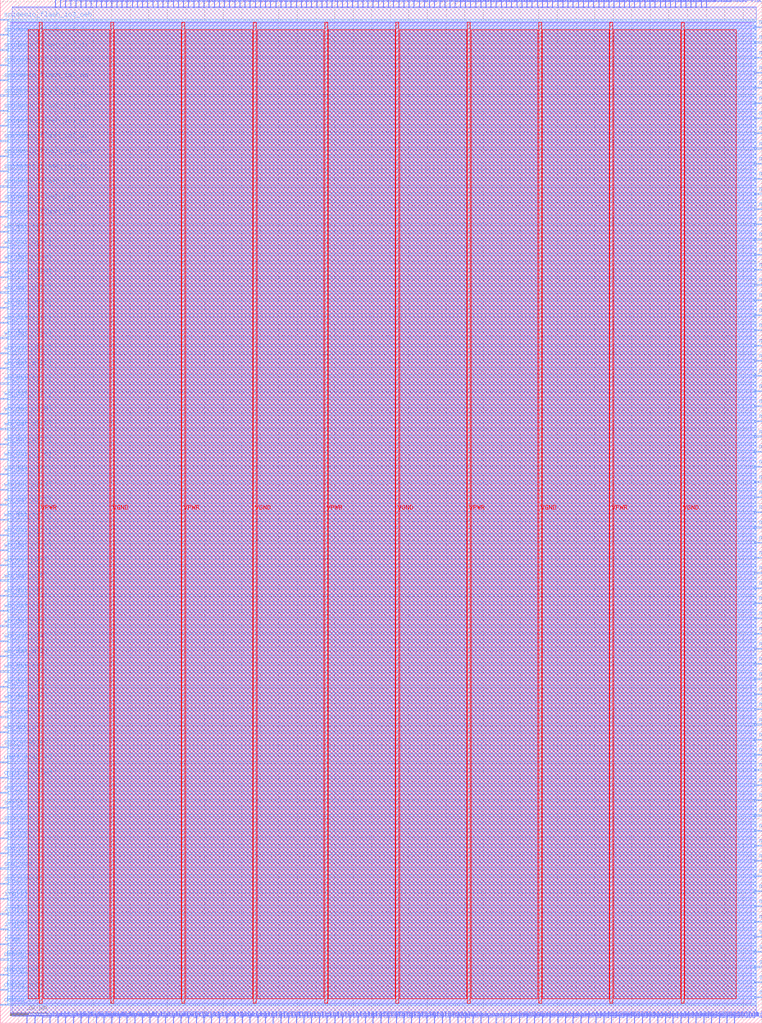
<source format=lef>
VERSION 5.7 ;
  NOWIREEXTENSIONATPIN ON ;
  DIVIDERCHAR "/" ;
  BUSBITCHARS "[]" ;
MACRO housekeeping
  CLASS BLOCK ;
  FOREIGN housekeeping ;
  ORIGIN 0.000 0.000 ;
  SIZE 410.230 BY 550.950 ;
  PIN VGND
    DIRECTION INOUT ;
    USE GROUND ;
    PORT
      LAYER met4 ;
        RECT 59.440 10.640 61.040 538.800 ;
    END
    PORT
      LAYER met4 ;
        RECT 136.240 10.640 137.840 538.800 ;
    END
    PORT
      LAYER met4 ;
        RECT 213.040 10.640 214.640 538.800 ;
    END
    PORT
      LAYER met4 ;
        RECT 289.840 10.640 291.440 538.800 ;
    END
    PORT
      LAYER met4 ;
        RECT 366.640 10.640 368.240 538.800 ;
    END
  END VGND
  PIN VPWR
    DIRECTION INOUT ;
    USE POWER ;
    PORT
      LAYER met4 ;
        RECT 21.040 10.640 22.640 538.800 ;
    END
    PORT
      LAYER met4 ;
        RECT 97.840 10.640 99.440 538.800 ;
    END
    PORT
      LAYER met4 ;
        RECT 174.640 10.640 176.240 538.800 ;
    END
    PORT
      LAYER met4 ;
        RECT 251.440 10.640 253.040 538.800 ;
    END
    PORT
      LAYER met4 ;
        RECT 328.240 10.640 329.840 538.800 ;
    END
  END VPWR
  PIN debug_in
    DIRECTION OUTPUT TRISTATE ;
    USE SIGNAL ;
    PORT
      LAYER met3 ;
        RECT 0.000 9.560 4.000 10.160 ;
    END
  END debug_in
  PIN debug_mode
    DIRECTION INPUT ;
    USE SIGNAL ;
    PORT
      LAYER met3 ;
        RECT 0.000 17.720 4.000 18.320 ;
    END
  END debug_mode
  PIN debug_oeb
    DIRECTION INPUT ;
    USE SIGNAL ;
    PORT
      LAYER met3 ;
        RECT 0.000 25.880 4.000 26.480 ;
    END
  END debug_oeb
  PIN debug_out
    DIRECTION INPUT ;
    USE SIGNAL ;
    PORT
      LAYER met3 ;
        RECT 0.000 34.040 4.000 34.640 ;
    END
  END debug_out
  PIN irq[0]
    DIRECTION OUTPUT TRISTATE ;
    USE SIGNAL ;
    PORT
      LAYER met3 ;
        RECT 0.000 50.360 4.000 50.960 ;
    END
  END irq[0]
  PIN irq[1]
    DIRECTION OUTPUT TRISTATE ;
    USE SIGNAL ;
    PORT
      LAYER met3 ;
        RECT 0.000 58.520 4.000 59.120 ;
    END
  END irq[1]
  PIN irq[2]
    DIRECTION OUTPUT TRISTATE ;
    USE SIGNAL ;
    PORT
      LAYER met3 ;
        RECT 0.000 66.680 4.000 67.280 ;
    END
  END irq[2]
  PIN mask_rev_in[0]
    DIRECTION INPUT ;
    USE SIGNAL ;
    PORT
      LAYER met2 ;
        RECT 250.330 0.000 250.610 4.000 ;
    END
  END mask_rev_in[0]
  PIN mask_rev_in[10]
    DIRECTION INPUT ;
    USE SIGNAL ;
    PORT
      LAYER met2 ;
        RECT 291.730 0.000 292.010 4.000 ;
    END
  END mask_rev_in[10]
  PIN mask_rev_in[11]
    DIRECTION INPUT ;
    USE SIGNAL ;
    PORT
      LAYER met2 ;
        RECT 295.870 0.000 296.150 4.000 ;
    END
  END mask_rev_in[11]
  PIN mask_rev_in[12]
    DIRECTION INPUT ;
    USE SIGNAL ;
    PORT
      LAYER met2 ;
        RECT 300.010 0.000 300.290 4.000 ;
    END
  END mask_rev_in[12]
  PIN mask_rev_in[13]
    DIRECTION INPUT ;
    USE SIGNAL ;
    PORT
      LAYER met2 ;
        RECT 304.150 0.000 304.430 4.000 ;
    END
  END mask_rev_in[13]
  PIN mask_rev_in[14]
    DIRECTION INPUT ;
    USE SIGNAL ;
    PORT
      LAYER met2 ;
        RECT 308.290 0.000 308.570 4.000 ;
    END
  END mask_rev_in[14]
  PIN mask_rev_in[15]
    DIRECTION INPUT ;
    USE SIGNAL ;
    PORT
      LAYER met2 ;
        RECT 312.430 0.000 312.710 4.000 ;
    END
  END mask_rev_in[15]
  PIN mask_rev_in[16]
    DIRECTION INPUT ;
    USE SIGNAL ;
    PORT
      LAYER met2 ;
        RECT 316.570 0.000 316.850 4.000 ;
    END
  END mask_rev_in[16]
  PIN mask_rev_in[17]
    DIRECTION INPUT ;
    USE SIGNAL ;
    PORT
      LAYER met2 ;
        RECT 320.710 0.000 320.990 4.000 ;
    END
  END mask_rev_in[17]
  PIN mask_rev_in[18]
    DIRECTION INPUT ;
    USE SIGNAL ;
    PORT
      LAYER met2 ;
        RECT 324.850 0.000 325.130 4.000 ;
    END
  END mask_rev_in[18]
  PIN mask_rev_in[19]
    DIRECTION INPUT ;
    USE SIGNAL ;
    PORT
      LAYER met2 ;
        RECT 328.990 0.000 329.270 4.000 ;
    END
  END mask_rev_in[19]
  PIN mask_rev_in[1]
    DIRECTION INPUT ;
    USE SIGNAL ;
    PORT
      LAYER met2 ;
        RECT 254.470 0.000 254.750 4.000 ;
    END
  END mask_rev_in[1]
  PIN mask_rev_in[20]
    DIRECTION INPUT ;
    USE SIGNAL ;
    PORT
      LAYER met2 ;
        RECT 333.130 0.000 333.410 4.000 ;
    END
  END mask_rev_in[20]
  PIN mask_rev_in[21]
    DIRECTION INPUT ;
    USE SIGNAL ;
    PORT
      LAYER met2 ;
        RECT 337.270 0.000 337.550 4.000 ;
    END
  END mask_rev_in[21]
  PIN mask_rev_in[22]
    DIRECTION INPUT ;
    USE SIGNAL ;
    PORT
      LAYER met2 ;
        RECT 341.410 0.000 341.690 4.000 ;
    END
  END mask_rev_in[22]
  PIN mask_rev_in[23]
    DIRECTION INPUT ;
    USE SIGNAL ;
    PORT
      LAYER met2 ;
        RECT 345.550 0.000 345.830 4.000 ;
    END
  END mask_rev_in[23]
  PIN mask_rev_in[24]
    DIRECTION INPUT ;
    USE SIGNAL ;
    PORT
      LAYER met2 ;
        RECT 349.690 0.000 349.970 4.000 ;
    END
  END mask_rev_in[24]
  PIN mask_rev_in[25]
    DIRECTION INPUT ;
    USE SIGNAL ;
    PORT
      LAYER met2 ;
        RECT 353.830 0.000 354.110 4.000 ;
    END
  END mask_rev_in[25]
  PIN mask_rev_in[26]
    DIRECTION INPUT ;
    USE SIGNAL ;
    PORT
      LAYER met2 ;
        RECT 357.970 0.000 358.250 4.000 ;
    END
  END mask_rev_in[26]
  PIN mask_rev_in[27]
    DIRECTION INPUT ;
    USE SIGNAL ;
    PORT
      LAYER met2 ;
        RECT 362.110 0.000 362.390 4.000 ;
    END
  END mask_rev_in[27]
  PIN mask_rev_in[28]
    DIRECTION INPUT ;
    USE SIGNAL ;
    PORT
      LAYER met2 ;
        RECT 366.250 0.000 366.530 4.000 ;
    END
  END mask_rev_in[28]
  PIN mask_rev_in[29]
    DIRECTION INPUT ;
    USE SIGNAL ;
    PORT
      LAYER met2 ;
        RECT 370.390 0.000 370.670 4.000 ;
    END
  END mask_rev_in[29]
  PIN mask_rev_in[2]
    DIRECTION INPUT ;
    USE SIGNAL ;
    PORT
      LAYER met2 ;
        RECT 258.610 0.000 258.890 4.000 ;
    END
  END mask_rev_in[2]
  PIN mask_rev_in[30]
    DIRECTION INPUT ;
    USE SIGNAL ;
    PORT
      LAYER met2 ;
        RECT 374.530 0.000 374.810 4.000 ;
    END
  END mask_rev_in[30]
  PIN mask_rev_in[31]
    DIRECTION INPUT ;
    USE SIGNAL ;
    PORT
      LAYER met2 ;
        RECT 378.670 0.000 378.950 4.000 ;
    END
  END mask_rev_in[31]
  PIN mask_rev_in[3]
    DIRECTION INPUT ;
    USE SIGNAL ;
    PORT
      LAYER met2 ;
        RECT 262.750 0.000 263.030 4.000 ;
    END
  END mask_rev_in[3]
  PIN mask_rev_in[4]
    DIRECTION INPUT ;
    USE SIGNAL ;
    PORT
      LAYER met2 ;
        RECT 266.890 0.000 267.170 4.000 ;
    END
  END mask_rev_in[4]
  PIN mask_rev_in[5]
    DIRECTION INPUT ;
    USE SIGNAL ;
    PORT
      LAYER met2 ;
        RECT 271.030 0.000 271.310 4.000 ;
    END
  END mask_rev_in[5]
  PIN mask_rev_in[6]
    DIRECTION INPUT ;
    USE SIGNAL ;
    PORT
      LAYER met2 ;
        RECT 275.170 0.000 275.450 4.000 ;
    END
  END mask_rev_in[6]
  PIN mask_rev_in[7]
    DIRECTION INPUT ;
    USE SIGNAL ;
    PORT
      LAYER met2 ;
        RECT 279.310 0.000 279.590 4.000 ;
    END
  END mask_rev_in[7]
  PIN mask_rev_in[8]
    DIRECTION INPUT ;
    USE SIGNAL ;
    PORT
      LAYER met2 ;
        RECT 283.450 0.000 283.730 4.000 ;
    END
  END mask_rev_in[8]
  PIN mask_rev_in[9]
    DIRECTION INPUT ;
    USE SIGNAL ;
    PORT
      LAYER met2 ;
        RECT 287.590 0.000 287.870 4.000 ;
    END
  END mask_rev_in[9]
  PIN mgmt_gpio_in[0]
    DIRECTION INPUT ;
    USE SIGNAL ;
    PORT
      LAYER met3 ;
        RECT 406.230 54.440 410.230 55.040 ;
    END
  END mgmt_gpio_in[0]
  PIN mgmt_gpio_in[10]
    DIRECTION INPUT ;
    USE SIGNAL ;
    PORT
      LAYER met3 ;
        RECT 406.230 299.240 410.230 299.840 ;
    END
  END mgmt_gpio_in[10]
  PIN mgmt_gpio_in[11]
    DIRECTION INPUT ;
    USE SIGNAL ;
    PORT
      LAYER met3 ;
        RECT 406.230 323.720 410.230 324.320 ;
    END
  END mgmt_gpio_in[11]
  PIN mgmt_gpio_in[12]
    DIRECTION INPUT ;
    USE SIGNAL ;
    PORT
      LAYER met3 ;
        RECT 406.230 348.200 410.230 348.800 ;
    END
  END mgmt_gpio_in[12]
  PIN mgmt_gpio_in[13]
    DIRECTION INPUT ;
    USE SIGNAL ;
    PORT
      LAYER met3 ;
        RECT 406.230 372.680 410.230 373.280 ;
    END
  END mgmt_gpio_in[13]
  PIN mgmt_gpio_in[14]
    DIRECTION INPUT ;
    USE SIGNAL ;
    PORT
      LAYER met3 ;
        RECT 406.230 397.160 410.230 397.760 ;
    END
  END mgmt_gpio_in[14]
  PIN mgmt_gpio_in[15]
    DIRECTION INPUT ;
    USE SIGNAL ;
    PORT
      LAYER met3 ;
        RECT 406.230 421.640 410.230 422.240 ;
    END
  END mgmt_gpio_in[15]
  PIN mgmt_gpio_in[16]
    DIRECTION INPUT ;
    USE SIGNAL ;
    PORT
      LAYER met3 ;
        RECT 406.230 446.120 410.230 446.720 ;
    END
  END mgmt_gpio_in[16]
  PIN mgmt_gpio_in[17]
    DIRECTION INPUT ;
    USE SIGNAL ;
    PORT
      LAYER met3 ;
        RECT 406.230 470.600 410.230 471.200 ;
    END
  END mgmt_gpio_in[17]
  PIN mgmt_gpio_in[18]
    DIRECTION INPUT ;
    USE SIGNAL ;
    PORT
      LAYER met3 ;
        RECT 406.230 495.080 410.230 495.680 ;
    END
  END mgmt_gpio_in[18]
  PIN mgmt_gpio_in[19]
    DIRECTION INPUT ;
    USE SIGNAL ;
    PORT
      LAYER met3 ;
        RECT 406.230 519.560 410.230 520.160 ;
    END
  END mgmt_gpio_in[19]
  PIN mgmt_gpio_in[1]
    DIRECTION INPUT ;
    USE SIGNAL ;
    PORT
      LAYER met3 ;
        RECT 406.230 78.920 410.230 79.520 ;
    END
  END mgmt_gpio_in[1]
  PIN mgmt_gpio_in[20]
    DIRECTION INPUT ;
    USE SIGNAL ;
    PORT
      LAYER met2 ;
        RECT 233.770 546.950 234.050 550.950 ;
    END
  END mgmt_gpio_in[20]
  PIN mgmt_gpio_in[21]
    DIRECTION INPUT ;
    USE SIGNAL ;
    PORT
      LAYER met2 ;
        RECT 242.050 546.950 242.330 550.950 ;
    END
  END mgmt_gpio_in[21]
  PIN mgmt_gpio_in[22]
    DIRECTION INPUT ;
    USE SIGNAL ;
    PORT
      LAYER met2 ;
        RECT 250.330 546.950 250.610 550.950 ;
    END
  END mgmt_gpio_in[22]
  PIN mgmt_gpio_in[23]
    DIRECTION INPUT ;
    USE SIGNAL ;
    PORT
      LAYER met2 ;
        RECT 258.610 546.950 258.890 550.950 ;
    END
  END mgmt_gpio_in[23]
  PIN mgmt_gpio_in[24]
    DIRECTION INPUT ;
    USE SIGNAL ;
    PORT
      LAYER met2 ;
        RECT 266.890 546.950 267.170 550.950 ;
    END
  END mgmt_gpio_in[24]
  PIN mgmt_gpio_in[25]
    DIRECTION INPUT ;
    USE SIGNAL ;
    PORT
      LAYER met2 ;
        RECT 275.170 546.950 275.450 550.950 ;
    END
  END mgmt_gpio_in[25]
  PIN mgmt_gpio_in[26]
    DIRECTION INPUT ;
    USE SIGNAL ;
    PORT
      LAYER met2 ;
        RECT 283.450 546.950 283.730 550.950 ;
    END
  END mgmt_gpio_in[26]
  PIN mgmt_gpio_in[27]
    DIRECTION INPUT ;
    USE SIGNAL ;
    PORT
      LAYER met2 ;
        RECT 291.730 546.950 292.010 550.950 ;
    END
  END mgmt_gpio_in[27]
  PIN mgmt_gpio_in[28]
    DIRECTION INPUT ;
    USE SIGNAL ;
    PORT
      LAYER met2 ;
        RECT 300.010 546.950 300.290 550.950 ;
    END
  END mgmt_gpio_in[28]
  PIN mgmt_gpio_in[29]
    DIRECTION INPUT ;
    USE SIGNAL ;
    PORT
      LAYER met2 ;
        RECT 308.290 546.950 308.570 550.950 ;
    END
  END mgmt_gpio_in[29]
  PIN mgmt_gpio_in[2]
    DIRECTION INPUT ;
    USE SIGNAL ;
    PORT
      LAYER met3 ;
        RECT 406.230 103.400 410.230 104.000 ;
    END
  END mgmt_gpio_in[2]
  PIN mgmt_gpio_in[30]
    DIRECTION INPUT ;
    USE SIGNAL ;
    PORT
      LAYER met2 ;
        RECT 316.570 546.950 316.850 550.950 ;
    END
  END mgmt_gpio_in[30]
  PIN mgmt_gpio_in[31]
    DIRECTION INPUT ;
    USE SIGNAL ;
    PORT
      LAYER met2 ;
        RECT 324.850 546.950 325.130 550.950 ;
    END
  END mgmt_gpio_in[31]
  PIN mgmt_gpio_in[32]
    DIRECTION INPUT ;
    USE SIGNAL ;
    PORT
      LAYER met2 ;
        RECT 333.130 546.950 333.410 550.950 ;
    END
  END mgmt_gpio_in[32]
  PIN mgmt_gpio_in[33]
    DIRECTION INPUT ;
    USE SIGNAL ;
    PORT
      LAYER met2 ;
        RECT 341.410 546.950 341.690 550.950 ;
    END
  END mgmt_gpio_in[33]
  PIN mgmt_gpio_in[34]
    DIRECTION INPUT ;
    USE SIGNAL ;
    PORT
      LAYER met2 ;
        RECT 349.690 546.950 349.970 550.950 ;
    END
  END mgmt_gpio_in[34]
  PIN mgmt_gpio_in[35]
    DIRECTION INPUT ;
    USE SIGNAL ;
    PORT
      LAYER met2 ;
        RECT 357.970 546.950 358.250 550.950 ;
    END
  END mgmt_gpio_in[35]
  PIN mgmt_gpio_in[36]
    DIRECTION INPUT ;
    USE SIGNAL ;
    PORT
      LAYER met2 ;
        RECT 366.250 546.950 366.530 550.950 ;
    END
  END mgmt_gpio_in[36]
  PIN mgmt_gpio_in[37]
    DIRECTION INPUT ;
    USE SIGNAL ;
    PORT
      LAYER met2 ;
        RECT 374.530 546.950 374.810 550.950 ;
    END
  END mgmt_gpio_in[37]
  PIN mgmt_gpio_in[3]
    DIRECTION INPUT ;
    USE SIGNAL ;
    PORT
      LAYER met3 ;
        RECT 406.230 127.880 410.230 128.480 ;
    END
  END mgmt_gpio_in[3]
  PIN mgmt_gpio_in[4]
    DIRECTION INPUT ;
    USE SIGNAL ;
    PORT
      LAYER met3 ;
        RECT 406.230 152.360 410.230 152.960 ;
    END
  END mgmt_gpio_in[4]
  PIN mgmt_gpio_in[5]
    DIRECTION INPUT ;
    USE SIGNAL ;
    PORT
      LAYER met3 ;
        RECT 406.230 176.840 410.230 177.440 ;
    END
  END mgmt_gpio_in[5]
  PIN mgmt_gpio_in[6]
    DIRECTION INPUT ;
    USE SIGNAL ;
    PORT
      LAYER met3 ;
        RECT 406.230 201.320 410.230 201.920 ;
    END
  END mgmt_gpio_in[6]
  PIN mgmt_gpio_in[7]
    DIRECTION INPUT ;
    USE SIGNAL ;
    PORT
      LAYER met3 ;
        RECT 406.230 225.800 410.230 226.400 ;
    END
  END mgmt_gpio_in[7]
  PIN mgmt_gpio_in[8]
    DIRECTION INPUT ;
    USE SIGNAL ;
    PORT
      LAYER met3 ;
        RECT 406.230 250.280 410.230 250.880 ;
    END
  END mgmt_gpio_in[8]
  PIN mgmt_gpio_in[9]
    DIRECTION INPUT ;
    USE SIGNAL ;
    PORT
      LAYER met3 ;
        RECT 406.230 274.760 410.230 275.360 ;
    END
  END mgmt_gpio_in[9]
  PIN mgmt_gpio_oeb[0]
    DIRECTION OUTPUT TRISTATE ;
    USE SIGNAL ;
    PORT
      LAYER met3 ;
        RECT 406.230 62.600 410.230 63.200 ;
    END
  END mgmt_gpio_oeb[0]
  PIN mgmt_gpio_oeb[10]
    DIRECTION OUTPUT TRISTATE ;
    USE SIGNAL ;
    PORT
      LAYER met3 ;
        RECT 406.230 307.400 410.230 308.000 ;
    END
  END mgmt_gpio_oeb[10]
  PIN mgmt_gpio_oeb[11]
    DIRECTION OUTPUT TRISTATE ;
    USE SIGNAL ;
    PORT
      LAYER met3 ;
        RECT 406.230 331.880 410.230 332.480 ;
    END
  END mgmt_gpio_oeb[11]
  PIN mgmt_gpio_oeb[12]
    DIRECTION OUTPUT TRISTATE ;
    USE SIGNAL ;
    PORT
      LAYER met3 ;
        RECT 406.230 356.360 410.230 356.960 ;
    END
  END mgmt_gpio_oeb[12]
  PIN mgmt_gpio_oeb[13]
    DIRECTION OUTPUT TRISTATE ;
    USE SIGNAL ;
    PORT
      LAYER met3 ;
        RECT 406.230 380.840 410.230 381.440 ;
    END
  END mgmt_gpio_oeb[13]
  PIN mgmt_gpio_oeb[14]
    DIRECTION OUTPUT TRISTATE ;
    USE SIGNAL ;
    PORT
      LAYER met3 ;
        RECT 406.230 405.320 410.230 405.920 ;
    END
  END mgmt_gpio_oeb[14]
  PIN mgmt_gpio_oeb[15]
    DIRECTION OUTPUT TRISTATE ;
    USE SIGNAL ;
    PORT
      LAYER met3 ;
        RECT 406.230 429.800 410.230 430.400 ;
    END
  END mgmt_gpio_oeb[15]
  PIN mgmt_gpio_oeb[16]
    DIRECTION OUTPUT TRISTATE ;
    USE SIGNAL ;
    PORT
      LAYER met3 ;
        RECT 406.230 454.280 410.230 454.880 ;
    END
  END mgmt_gpio_oeb[16]
  PIN mgmt_gpio_oeb[17]
    DIRECTION OUTPUT TRISTATE ;
    USE SIGNAL ;
    PORT
      LAYER met3 ;
        RECT 406.230 478.760 410.230 479.360 ;
    END
  END mgmt_gpio_oeb[17]
  PIN mgmt_gpio_oeb[18]
    DIRECTION OUTPUT TRISTATE ;
    USE SIGNAL ;
    PORT
      LAYER met3 ;
        RECT 406.230 503.240 410.230 503.840 ;
    END
  END mgmt_gpio_oeb[18]
  PIN mgmt_gpio_oeb[19]
    DIRECTION OUTPUT TRISTATE ;
    USE SIGNAL ;
    PORT
      LAYER met3 ;
        RECT 406.230 527.720 410.230 528.320 ;
    END
  END mgmt_gpio_oeb[19]
  PIN mgmt_gpio_oeb[1]
    DIRECTION OUTPUT TRISTATE ;
    USE SIGNAL ;
    PORT
      LAYER met3 ;
        RECT 406.230 87.080 410.230 87.680 ;
    END
  END mgmt_gpio_oeb[1]
  PIN mgmt_gpio_oeb[20]
    DIRECTION OUTPUT TRISTATE ;
    USE SIGNAL ;
    PORT
      LAYER met2 ;
        RECT 236.530 546.950 236.810 550.950 ;
    END
  END mgmt_gpio_oeb[20]
  PIN mgmt_gpio_oeb[21]
    DIRECTION OUTPUT TRISTATE ;
    USE SIGNAL ;
    PORT
      LAYER met2 ;
        RECT 244.810 546.950 245.090 550.950 ;
    END
  END mgmt_gpio_oeb[21]
  PIN mgmt_gpio_oeb[22]
    DIRECTION OUTPUT TRISTATE ;
    USE SIGNAL ;
    PORT
      LAYER met2 ;
        RECT 253.090 546.950 253.370 550.950 ;
    END
  END mgmt_gpio_oeb[22]
  PIN mgmt_gpio_oeb[23]
    DIRECTION OUTPUT TRISTATE ;
    USE SIGNAL ;
    PORT
      LAYER met2 ;
        RECT 261.370 546.950 261.650 550.950 ;
    END
  END mgmt_gpio_oeb[23]
  PIN mgmt_gpio_oeb[24]
    DIRECTION OUTPUT TRISTATE ;
    USE SIGNAL ;
    PORT
      LAYER met2 ;
        RECT 269.650 546.950 269.930 550.950 ;
    END
  END mgmt_gpio_oeb[24]
  PIN mgmt_gpio_oeb[25]
    DIRECTION OUTPUT TRISTATE ;
    USE SIGNAL ;
    PORT
      LAYER met2 ;
        RECT 277.930 546.950 278.210 550.950 ;
    END
  END mgmt_gpio_oeb[25]
  PIN mgmt_gpio_oeb[26]
    DIRECTION OUTPUT TRISTATE ;
    USE SIGNAL ;
    PORT
      LAYER met2 ;
        RECT 286.210 546.950 286.490 550.950 ;
    END
  END mgmt_gpio_oeb[26]
  PIN mgmt_gpio_oeb[27]
    DIRECTION OUTPUT TRISTATE ;
    USE SIGNAL ;
    PORT
      LAYER met2 ;
        RECT 294.490 546.950 294.770 550.950 ;
    END
  END mgmt_gpio_oeb[27]
  PIN mgmt_gpio_oeb[28]
    DIRECTION OUTPUT TRISTATE ;
    USE SIGNAL ;
    PORT
      LAYER met2 ;
        RECT 302.770 546.950 303.050 550.950 ;
    END
  END mgmt_gpio_oeb[28]
  PIN mgmt_gpio_oeb[29]
    DIRECTION OUTPUT TRISTATE ;
    USE SIGNAL ;
    PORT
      LAYER met2 ;
        RECT 311.050 546.950 311.330 550.950 ;
    END
  END mgmt_gpio_oeb[29]
  PIN mgmt_gpio_oeb[2]
    DIRECTION OUTPUT TRISTATE ;
    USE SIGNAL ;
    PORT
      LAYER met3 ;
        RECT 406.230 111.560 410.230 112.160 ;
    END
  END mgmt_gpio_oeb[2]
  PIN mgmt_gpio_oeb[30]
    DIRECTION OUTPUT TRISTATE ;
    USE SIGNAL ;
    PORT
      LAYER met2 ;
        RECT 319.330 546.950 319.610 550.950 ;
    END
  END mgmt_gpio_oeb[30]
  PIN mgmt_gpio_oeb[31]
    DIRECTION OUTPUT TRISTATE ;
    USE SIGNAL ;
    PORT
      LAYER met2 ;
        RECT 327.610 546.950 327.890 550.950 ;
    END
  END mgmt_gpio_oeb[31]
  PIN mgmt_gpio_oeb[32]
    DIRECTION OUTPUT TRISTATE ;
    USE SIGNAL ;
    PORT
      LAYER met2 ;
        RECT 335.890 546.950 336.170 550.950 ;
    END
  END mgmt_gpio_oeb[32]
  PIN mgmt_gpio_oeb[33]
    DIRECTION OUTPUT TRISTATE ;
    USE SIGNAL ;
    PORT
      LAYER met2 ;
        RECT 344.170 546.950 344.450 550.950 ;
    END
  END mgmt_gpio_oeb[33]
  PIN mgmt_gpio_oeb[34]
    DIRECTION OUTPUT TRISTATE ;
    USE SIGNAL ;
    PORT
      LAYER met2 ;
        RECT 352.450 546.950 352.730 550.950 ;
    END
  END mgmt_gpio_oeb[34]
  PIN mgmt_gpio_oeb[35]
    DIRECTION OUTPUT TRISTATE ;
    USE SIGNAL ;
    PORT
      LAYER met2 ;
        RECT 360.730 546.950 361.010 550.950 ;
    END
  END mgmt_gpio_oeb[35]
  PIN mgmt_gpio_oeb[36]
    DIRECTION OUTPUT TRISTATE ;
    USE SIGNAL ;
    PORT
      LAYER met2 ;
        RECT 369.010 546.950 369.290 550.950 ;
    END
  END mgmt_gpio_oeb[36]
  PIN mgmt_gpio_oeb[37]
    DIRECTION OUTPUT TRISTATE ;
    USE SIGNAL ;
    PORT
      LAYER met2 ;
        RECT 377.290 546.950 377.570 550.950 ;
    END
  END mgmt_gpio_oeb[37]
  PIN mgmt_gpio_oeb[3]
    DIRECTION OUTPUT TRISTATE ;
    USE SIGNAL ;
    PORT
      LAYER met3 ;
        RECT 406.230 136.040 410.230 136.640 ;
    END
  END mgmt_gpio_oeb[3]
  PIN mgmt_gpio_oeb[4]
    DIRECTION OUTPUT TRISTATE ;
    USE SIGNAL ;
    PORT
      LAYER met3 ;
        RECT 406.230 160.520 410.230 161.120 ;
    END
  END mgmt_gpio_oeb[4]
  PIN mgmt_gpio_oeb[5]
    DIRECTION OUTPUT TRISTATE ;
    USE SIGNAL ;
    PORT
      LAYER met3 ;
        RECT 406.230 185.000 410.230 185.600 ;
    END
  END mgmt_gpio_oeb[5]
  PIN mgmt_gpio_oeb[6]
    DIRECTION OUTPUT TRISTATE ;
    USE SIGNAL ;
    PORT
      LAYER met3 ;
        RECT 406.230 209.480 410.230 210.080 ;
    END
  END mgmt_gpio_oeb[6]
  PIN mgmt_gpio_oeb[7]
    DIRECTION OUTPUT TRISTATE ;
    USE SIGNAL ;
    PORT
      LAYER met3 ;
        RECT 406.230 233.960 410.230 234.560 ;
    END
  END mgmt_gpio_oeb[7]
  PIN mgmt_gpio_oeb[8]
    DIRECTION OUTPUT TRISTATE ;
    USE SIGNAL ;
    PORT
      LAYER met3 ;
        RECT 406.230 258.440 410.230 259.040 ;
    END
  END mgmt_gpio_oeb[8]
  PIN mgmt_gpio_oeb[9]
    DIRECTION OUTPUT TRISTATE ;
    USE SIGNAL ;
    PORT
      LAYER met3 ;
        RECT 406.230 282.920 410.230 283.520 ;
    END
  END mgmt_gpio_oeb[9]
  PIN mgmt_gpio_out[0]
    DIRECTION OUTPUT TRISTATE ;
    USE SIGNAL ;
    PORT
      LAYER met3 ;
        RECT 406.230 70.760 410.230 71.360 ;
    END
  END mgmt_gpio_out[0]
  PIN mgmt_gpio_out[10]
    DIRECTION OUTPUT TRISTATE ;
    USE SIGNAL ;
    PORT
      LAYER met3 ;
        RECT 406.230 315.560 410.230 316.160 ;
    END
  END mgmt_gpio_out[10]
  PIN mgmt_gpio_out[11]
    DIRECTION OUTPUT TRISTATE ;
    USE SIGNAL ;
    PORT
      LAYER met3 ;
        RECT 406.230 340.040 410.230 340.640 ;
    END
  END mgmt_gpio_out[11]
  PIN mgmt_gpio_out[12]
    DIRECTION OUTPUT TRISTATE ;
    USE SIGNAL ;
    PORT
      LAYER met3 ;
        RECT 406.230 364.520 410.230 365.120 ;
    END
  END mgmt_gpio_out[12]
  PIN mgmt_gpio_out[13]
    DIRECTION OUTPUT TRISTATE ;
    USE SIGNAL ;
    PORT
      LAYER met3 ;
        RECT 406.230 389.000 410.230 389.600 ;
    END
  END mgmt_gpio_out[13]
  PIN mgmt_gpio_out[14]
    DIRECTION OUTPUT TRISTATE ;
    USE SIGNAL ;
    PORT
      LAYER met3 ;
        RECT 406.230 413.480 410.230 414.080 ;
    END
  END mgmt_gpio_out[14]
  PIN mgmt_gpio_out[15]
    DIRECTION OUTPUT TRISTATE ;
    USE SIGNAL ;
    PORT
      LAYER met3 ;
        RECT 406.230 437.960 410.230 438.560 ;
    END
  END mgmt_gpio_out[15]
  PIN mgmt_gpio_out[16]
    DIRECTION OUTPUT TRISTATE ;
    USE SIGNAL ;
    PORT
      LAYER met3 ;
        RECT 406.230 462.440 410.230 463.040 ;
    END
  END mgmt_gpio_out[16]
  PIN mgmt_gpio_out[17]
    DIRECTION OUTPUT TRISTATE ;
    USE SIGNAL ;
    PORT
      LAYER met3 ;
        RECT 406.230 486.920 410.230 487.520 ;
    END
  END mgmt_gpio_out[17]
  PIN mgmt_gpio_out[18]
    DIRECTION OUTPUT TRISTATE ;
    USE SIGNAL ;
    PORT
      LAYER met3 ;
        RECT 406.230 511.400 410.230 512.000 ;
    END
  END mgmt_gpio_out[18]
  PIN mgmt_gpio_out[19]
    DIRECTION OUTPUT TRISTATE ;
    USE SIGNAL ;
    PORT
      LAYER met3 ;
        RECT 406.230 535.880 410.230 536.480 ;
    END
  END mgmt_gpio_out[19]
  PIN mgmt_gpio_out[1]
    DIRECTION OUTPUT TRISTATE ;
    USE SIGNAL ;
    PORT
      LAYER met3 ;
        RECT 406.230 95.240 410.230 95.840 ;
    END
  END mgmt_gpio_out[1]
  PIN mgmt_gpio_out[20]
    DIRECTION OUTPUT TRISTATE ;
    USE SIGNAL ;
    PORT
      LAYER met2 ;
        RECT 239.290 546.950 239.570 550.950 ;
    END
  END mgmt_gpio_out[20]
  PIN mgmt_gpio_out[21]
    DIRECTION OUTPUT TRISTATE ;
    USE SIGNAL ;
    PORT
      LAYER met2 ;
        RECT 247.570 546.950 247.850 550.950 ;
    END
  END mgmt_gpio_out[21]
  PIN mgmt_gpio_out[22]
    DIRECTION OUTPUT TRISTATE ;
    USE SIGNAL ;
    PORT
      LAYER met2 ;
        RECT 255.850 546.950 256.130 550.950 ;
    END
  END mgmt_gpio_out[22]
  PIN mgmt_gpio_out[23]
    DIRECTION OUTPUT TRISTATE ;
    USE SIGNAL ;
    PORT
      LAYER met2 ;
        RECT 264.130 546.950 264.410 550.950 ;
    END
  END mgmt_gpio_out[23]
  PIN mgmt_gpio_out[24]
    DIRECTION OUTPUT TRISTATE ;
    USE SIGNAL ;
    PORT
      LAYER met2 ;
        RECT 272.410 546.950 272.690 550.950 ;
    END
  END mgmt_gpio_out[24]
  PIN mgmt_gpio_out[25]
    DIRECTION OUTPUT TRISTATE ;
    USE SIGNAL ;
    PORT
      LAYER met2 ;
        RECT 280.690 546.950 280.970 550.950 ;
    END
  END mgmt_gpio_out[25]
  PIN mgmt_gpio_out[26]
    DIRECTION OUTPUT TRISTATE ;
    USE SIGNAL ;
    PORT
      LAYER met2 ;
        RECT 288.970 546.950 289.250 550.950 ;
    END
  END mgmt_gpio_out[26]
  PIN mgmt_gpio_out[27]
    DIRECTION OUTPUT TRISTATE ;
    USE SIGNAL ;
    PORT
      LAYER met2 ;
        RECT 297.250 546.950 297.530 550.950 ;
    END
  END mgmt_gpio_out[27]
  PIN mgmt_gpio_out[28]
    DIRECTION OUTPUT TRISTATE ;
    USE SIGNAL ;
    PORT
      LAYER met2 ;
        RECT 305.530 546.950 305.810 550.950 ;
    END
  END mgmt_gpio_out[28]
  PIN mgmt_gpio_out[29]
    DIRECTION OUTPUT TRISTATE ;
    USE SIGNAL ;
    PORT
      LAYER met2 ;
        RECT 313.810 546.950 314.090 550.950 ;
    END
  END mgmt_gpio_out[29]
  PIN mgmt_gpio_out[2]
    DIRECTION OUTPUT TRISTATE ;
    USE SIGNAL ;
    PORT
      LAYER met3 ;
        RECT 406.230 119.720 410.230 120.320 ;
    END
  END mgmt_gpio_out[2]
  PIN mgmt_gpio_out[30]
    DIRECTION OUTPUT TRISTATE ;
    USE SIGNAL ;
    PORT
      LAYER met2 ;
        RECT 322.090 546.950 322.370 550.950 ;
    END
  END mgmt_gpio_out[30]
  PIN mgmt_gpio_out[31]
    DIRECTION OUTPUT TRISTATE ;
    USE SIGNAL ;
    PORT
      LAYER met2 ;
        RECT 330.370 546.950 330.650 550.950 ;
    END
  END mgmt_gpio_out[31]
  PIN mgmt_gpio_out[32]
    DIRECTION OUTPUT TRISTATE ;
    USE SIGNAL ;
    PORT
      LAYER met2 ;
        RECT 338.650 546.950 338.930 550.950 ;
    END
  END mgmt_gpio_out[32]
  PIN mgmt_gpio_out[33]
    DIRECTION OUTPUT TRISTATE ;
    USE SIGNAL ;
    PORT
      LAYER met2 ;
        RECT 346.930 546.950 347.210 550.950 ;
    END
  END mgmt_gpio_out[33]
  PIN mgmt_gpio_out[34]
    DIRECTION OUTPUT TRISTATE ;
    USE SIGNAL ;
    PORT
      LAYER met2 ;
        RECT 355.210 546.950 355.490 550.950 ;
    END
  END mgmt_gpio_out[34]
  PIN mgmt_gpio_out[35]
    DIRECTION OUTPUT TRISTATE ;
    USE SIGNAL ;
    PORT
      LAYER met2 ;
        RECT 363.490 546.950 363.770 550.950 ;
    END
  END mgmt_gpio_out[35]
  PIN mgmt_gpio_out[36]
    DIRECTION OUTPUT TRISTATE ;
    USE SIGNAL ;
    PORT
      LAYER met2 ;
        RECT 371.770 546.950 372.050 550.950 ;
    END
  END mgmt_gpio_out[36]
  PIN mgmt_gpio_out[37]
    DIRECTION OUTPUT TRISTATE ;
    USE SIGNAL ;
    PORT
      LAYER met2 ;
        RECT 380.050 546.950 380.330 550.950 ;
    END
  END mgmt_gpio_out[37]
  PIN mgmt_gpio_out[3]
    DIRECTION OUTPUT TRISTATE ;
    USE SIGNAL ;
    PORT
      LAYER met3 ;
        RECT 406.230 144.200 410.230 144.800 ;
    END
  END mgmt_gpio_out[3]
  PIN mgmt_gpio_out[4]
    DIRECTION OUTPUT TRISTATE ;
    USE SIGNAL ;
    PORT
      LAYER met3 ;
        RECT 406.230 168.680 410.230 169.280 ;
    END
  END mgmt_gpio_out[4]
  PIN mgmt_gpio_out[5]
    DIRECTION OUTPUT TRISTATE ;
    USE SIGNAL ;
    PORT
      LAYER met3 ;
        RECT 406.230 193.160 410.230 193.760 ;
    END
  END mgmt_gpio_out[5]
  PIN mgmt_gpio_out[6]
    DIRECTION OUTPUT TRISTATE ;
    USE SIGNAL ;
    PORT
      LAYER met3 ;
        RECT 406.230 217.640 410.230 218.240 ;
    END
  END mgmt_gpio_out[6]
  PIN mgmt_gpio_out[7]
    DIRECTION OUTPUT TRISTATE ;
    USE SIGNAL ;
    PORT
      LAYER met3 ;
        RECT 406.230 242.120 410.230 242.720 ;
    END
  END mgmt_gpio_out[7]
  PIN mgmt_gpio_out[8]
    DIRECTION OUTPUT TRISTATE ;
    USE SIGNAL ;
    PORT
      LAYER met3 ;
        RECT 406.230 266.600 410.230 267.200 ;
    END
  END mgmt_gpio_out[8]
  PIN mgmt_gpio_out[9]
    DIRECTION OUTPUT TRISTATE ;
    USE SIGNAL ;
    PORT
      LAYER met3 ;
        RECT 406.230 291.080 410.230 291.680 ;
    END
  END mgmt_gpio_out[9]
  PIN pad_flash_clk
    DIRECTION OUTPUT TRISTATE ;
    USE SIGNAL ;
    PORT
      LAYER met2 ;
        RECT 18.490 0.000 18.770 4.000 ;
    END
  END pad_flash_clk
  PIN pad_flash_clk_oeb
    DIRECTION OUTPUT TRISTATE ;
    USE SIGNAL ;
    PORT
      LAYER met2 ;
        RECT 22.630 0.000 22.910 4.000 ;
    END
  END pad_flash_clk_oeb
  PIN pad_flash_csb
    DIRECTION OUTPUT TRISTATE ;
    USE SIGNAL ;
    PORT
      LAYER met2 ;
        RECT 26.770 0.000 27.050 4.000 ;
    END
  END pad_flash_csb
  PIN pad_flash_csb_oeb
    DIRECTION OUTPUT TRISTATE ;
    USE SIGNAL ;
    PORT
      LAYER met2 ;
        RECT 30.910 0.000 31.190 4.000 ;
    END
  END pad_flash_csb_oeb
  PIN pad_flash_io0_di
    DIRECTION INPUT ;
    USE SIGNAL ;
    PORT
      LAYER met2 ;
        RECT 35.050 0.000 35.330 4.000 ;
    END
  END pad_flash_io0_di
  PIN pad_flash_io0_do
    DIRECTION OUTPUT TRISTATE ;
    USE SIGNAL ;
    PORT
      LAYER met2 ;
        RECT 39.190 0.000 39.470 4.000 ;
    END
  END pad_flash_io0_do
  PIN pad_flash_io0_ieb
    DIRECTION OUTPUT TRISTATE ;
    USE SIGNAL ;
    PORT
      LAYER met2 ;
        RECT 43.330 0.000 43.610 4.000 ;
    END
  END pad_flash_io0_ieb
  PIN pad_flash_io0_oeb
    DIRECTION OUTPUT TRISTATE ;
    USE SIGNAL ;
    PORT
      LAYER met2 ;
        RECT 47.470 0.000 47.750 4.000 ;
    END
  END pad_flash_io0_oeb
  PIN pad_flash_io1_di
    DIRECTION INPUT ;
    USE SIGNAL ;
    PORT
      LAYER met2 ;
        RECT 51.610 0.000 51.890 4.000 ;
    END
  END pad_flash_io1_di
  PIN pad_flash_io1_do
    DIRECTION OUTPUT TRISTATE ;
    USE SIGNAL ;
    PORT
      LAYER met2 ;
        RECT 55.750 0.000 56.030 4.000 ;
    END
  END pad_flash_io1_do
  PIN pad_flash_io1_ieb
    DIRECTION OUTPUT TRISTATE ;
    USE SIGNAL ;
    PORT
      LAYER met2 ;
        RECT 59.890 0.000 60.170 4.000 ;
    END
  END pad_flash_io1_ieb
  PIN pad_flash_io1_oeb
    DIRECTION OUTPUT TRISTATE ;
    USE SIGNAL ;
    PORT
      LAYER met2 ;
        RECT 64.030 0.000 64.310 4.000 ;
    END
  END pad_flash_io1_oeb
  PIN pll90_sel[0]
    DIRECTION OUTPUT TRISTATE ;
    USE SIGNAL ;
    PORT
      LAYER met2 ;
        RECT 117.850 0.000 118.130 4.000 ;
    END
  END pll90_sel[0]
  PIN pll90_sel[1]
    DIRECTION OUTPUT TRISTATE ;
    USE SIGNAL ;
    PORT
      LAYER met2 ;
        RECT 121.990 0.000 122.270 4.000 ;
    END
  END pll90_sel[1]
  PIN pll90_sel[2]
    DIRECTION OUTPUT TRISTATE ;
    USE SIGNAL ;
    PORT
      LAYER met2 ;
        RECT 126.130 0.000 126.410 4.000 ;
    END
  END pll90_sel[2]
  PIN pll_bypass
    DIRECTION OUTPUT TRISTATE ;
    USE SIGNAL ;
    PORT
      LAYER met2 ;
        RECT 237.910 0.000 238.190 4.000 ;
    END
  END pll_bypass
  PIN pll_dco_ena
    DIRECTION OUTPUT TRISTATE ;
    USE SIGNAL ;
    PORT
      LAYER met2 ;
        RECT 80.590 0.000 80.870 4.000 ;
    END
  END pll_dco_ena
  PIN pll_div[0]
    DIRECTION OUTPUT TRISTATE ;
    USE SIGNAL ;
    PORT
      LAYER met2 ;
        RECT 84.730 0.000 85.010 4.000 ;
    END
  END pll_div[0]
  PIN pll_div[1]
    DIRECTION OUTPUT TRISTATE ;
    USE SIGNAL ;
    PORT
      LAYER met2 ;
        RECT 88.870 0.000 89.150 4.000 ;
    END
  END pll_div[1]
  PIN pll_div[2]
    DIRECTION OUTPUT TRISTATE ;
    USE SIGNAL ;
    PORT
      LAYER met2 ;
        RECT 93.010 0.000 93.290 4.000 ;
    END
  END pll_div[2]
  PIN pll_div[3]
    DIRECTION OUTPUT TRISTATE ;
    USE SIGNAL ;
    PORT
      LAYER met2 ;
        RECT 97.150 0.000 97.430 4.000 ;
    END
  END pll_div[3]
  PIN pll_div[4]
    DIRECTION OUTPUT TRISTATE ;
    USE SIGNAL ;
    PORT
      LAYER met2 ;
        RECT 101.290 0.000 101.570 4.000 ;
    END
  END pll_div[4]
  PIN pll_ena
    DIRECTION OUTPUT TRISTATE ;
    USE SIGNAL ;
    PORT
      LAYER met2 ;
        RECT 76.450 0.000 76.730 4.000 ;
    END
  END pll_ena
  PIN pll_sel[0]
    DIRECTION OUTPUT TRISTATE ;
    USE SIGNAL ;
    PORT
      LAYER met2 ;
        RECT 105.430 0.000 105.710 4.000 ;
    END
  END pll_sel[0]
  PIN pll_sel[1]
    DIRECTION OUTPUT TRISTATE ;
    USE SIGNAL ;
    PORT
      LAYER met2 ;
        RECT 109.570 0.000 109.850 4.000 ;
    END
  END pll_sel[1]
  PIN pll_sel[2]
    DIRECTION OUTPUT TRISTATE ;
    USE SIGNAL ;
    PORT
      LAYER met2 ;
        RECT 113.710 0.000 113.990 4.000 ;
    END
  END pll_sel[2]
  PIN pll_trim[0]
    DIRECTION OUTPUT TRISTATE ;
    USE SIGNAL ;
    PORT
      LAYER met2 ;
        RECT 130.270 0.000 130.550 4.000 ;
    END
  END pll_trim[0]
  PIN pll_trim[10]
    DIRECTION OUTPUT TRISTATE ;
    USE SIGNAL ;
    PORT
      LAYER met2 ;
        RECT 171.670 0.000 171.950 4.000 ;
    END
  END pll_trim[10]
  PIN pll_trim[11]
    DIRECTION OUTPUT TRISTATE ;
    USE SIGNAL ;
    PORT
      LAYER met2 ;
        RECT 175.810 0.000 176.090 4.000 ;
    END
  END pll_trim[11]
  PIN pll_trim[12]
    DIRECTION OUTPUT TRISTATE ;
    USE SIGNAL ;
    PORT
      LAYER met2 ;
        RECT 179.950 0.000 180.230 4.000 ;
    END
  END pll_trim[12]
  PIN pll_trim[13]
    DIRECTION OUTPUT TRISTATE ;
    USE SIGNAL ;
    PORT
      LAYER met2 ;
        RECT 184.090 0.000 184.370 4.000 ;
    END
  END pll_trim[13]
  PIN pll_trim[14]
    DIRECTION OUTPUT TRISTATE ;
    USE SIGNAL ;
    PORT
      LAYER met2 ;
        RECT 188.230 0.000 188.510 4.000 ;
    END
  END pll_trim[14]
  PIN pll_trim[15]
    DIRECTION OUTPUT TRISTATE ;
    USE SIGNAL ;
    PORT
      LAYER met2 ;
        RECT 192.370 0.000 192.650 4.000 ;
    END
  END pll_trim[15]
  PIN pll_trim[16]
    DIRECTION OUTPUT TRISTATE ;
    USE SIGNAL ;
    PORT
      LAYER met2 ;
        RECT 196.510 0.000 196.790 4.000 ;
    END
  END pll_trim[16]
  PIN pll_trim[17]
    DIRECTION OUTPUT TRISTATE ;
    USE SIGNAL ;
    PORT
      LAYER met2 ;
        RECT 200.650 0.000 200.930 4.000 ;
    END
  END pll_trim[17]
  PIN pll_trim[18]
    DIRECTION OUTPUT TRISTATE ;
    USE SIGNAL ;
    PORT
      LAYER met2 ;
        RECT 204.790 0.000 205.070 4.000 ;
    END
  END pll_trim[18]
  PIN pll_trim[19]
    DIRECTION OUTPUT TRISTATE ;
    USE SIGNAL ;
    PORT
      LAYER met2 ;
        RECT 208.930 0.000 209.210 4.000 ;
    END
  END pll_trim[19]
  PIN pll_trim[1]
    DIRECTION OUTPUT TRISTATE ;
    USE SIGNAL ;
    PORT
      LAYER met2 ;
        RECT 134.410 0.000 134.690 4.000 ;
    END
  END pll_trim[1]
  PIN pll_trim[20]
    DIRECTION OUTPUT TRISTATE ;
    USE SIGNAL ;
    PORT
      LAYER met2 ;
        RECT 213.070 0.000 213.350 4.000 ;
    END
  END pll_trim[20]
  PIN pll_trim[21]
    DIRECTION OUTPUT TRISTATE ;
    USE SIGNAL ;
    PORT
      LAYER met2 ;
        RECT 217.210 0.000 217.490 4.000 ;
    END
  END pll_trim[21]
  PIN pll_trim[22]
    DIRECTION OUTPUT TRISTATE ;
    USE SIGNAL ;
    PORT
      LAYER met2 ;
        RECT 221.350 0.000 221.630 4.000 ;
    END
  END pll_trim[22]
  PIN pll_trim[23]
    DIRECTION OUTPUT TRISTATE ;
    USE SIGNAL ;
    PORT
      LAYER met2 ;
        RECT 225.490 0.000 225.770 4.000 ;
    END
  END pll_trim[23]
  PIN pll_trim[24]
    DIRECTION OUTPUT TRISTATE ;
    USE SIGNAL ;
    PORT
      LAYER met2 ;
        RECT 229.630 0.000 229.910 4.000 ;
    END
  END pll_trim[24]
  PIN pll_trim[25]
    DIRECTION OUTPUT TRISTATE ;
    USE SIGNAL ;
    PORT
      LAYER met2 ;
        RECT 233.770 0.000 234.050 4.000 ;
    END
  END pll_trim[25]
  PIN pll_trim[2]
    DIRECTION OUTPUT TRISTATE ;
    USE SIGNAL ;
    PORT
      LAYER met2 ;
        RECT 138.550 0.000 138.830 4.000 ;
    END
  END pll_trim[2]
  PIN pll_trim[3]
    DIRECTION OUTPUT TRISTATE ;
    USE SIGNAL ;
    PORT
      LAYER met2 ;
        RECT 142.690 0.000 142.970 4.000 ;
    END
  END pll_trim[3]
  PIN pll_trim[4]
    DIRECTION OUTPUT TRISTATE ;
    USE SIGNAL ;
    PORT
      LAYER met2 ;
        RECT 146.830 0.000 147.110 4.000 ;
    END
  END pll_trim[4]
  PIN pll_trim[5]
    DIRECTION OUTPUT TRISTATE ;
    USE SIGNAL ;
    PORT
      LAYER met2 ;
        RECT 150.970 0.000 151.250 4.000 ;
    END
  END pll_trim[5]
  PIN pll_trim[6]
    DIRECTION OUTPUT TRISTATE ;
    USE SIGNAL ;
    PORT
      LAYER met2 ;
        RECT 155.110 0.000 155.390 4.000 ;
    END
  END pll_trim[6]
  PIN pll_trim[7]
    DIRECTION OUTPUT TRISTATE ;
    USE SIGNAL ;
    PORT
      LAYER met2 ;
        RECT 159.250 0.000 159.530 4.000 ;
    END
  END pll_trim[7]
  PIN pll_trim[8]
    DIRECTION OUTPUT TRISTATE ;
    USE SIGNAL ;
    PORT
      LAYER met2 ;
        RECT 163.390 0.000 163.670 4.000 ;
    END
  END pll_trim[8]
  PIN pll_trim[9]
    DIRECTION OUTPUT TRISTATE ;
    USE SIGNAL ;
    PORT
      LAYER met2 ;
        RECT 167.530 0.000 167.810 4.000 ;
    END
  END pll_trim[9]
  PIN porb
    DIRECTION INPUT ;
    USE SIGNAL ;
    PORT
      LAYER met2 ;
        RECT 68.170 0.000 68.450 4.000 ;
    END
  END porb
  PIN pwr_ctrl_out[0]
    DIRECTION OUTPUT TRISTATE ;
    USE SIGNAL ;
    PORT
      LAYER met2 ;
        RECT 382.810 0.000 383.090 4.000 ;
    END
  END pwr_ctrl_out[0]
  PIN pwr_ctrl_out[1]
    DIRECTION OUTPUT TRISTATE ;
    USE SIGNAL ;
    PORT
      LAYER met2 ;
        RECT 386.950 0.000 387.230 4.000 ;
    END
  END pwr_ctrl_out[1]
  PIN pwr_ctrl_out[2]
    DIRECTION OUTPUT TRISTATE ;
    USE SIGNAL ;
    PORT
      LAYER met2 ;
        RECT 391.090 0.000 391.370 4.000 ;
    END
  END pwr_ctrl_out[2]
  PIN pwr_ctrl_out[3]
    DIRECTION OUTPUT TRISTATE ;
    USE SIGNAL ;
    PORT
      LAYER met2 ;
        RECT 395.230 0.000 395.510 4.000 ;
    END
  END pwr_ctrl_out[3]
  PIN qspi_enabled
    DIRECTION INPUT ;
    USE SIGNAL ;
    PORT
      LAYER met3 ;
        RECT 0.000 131.960 4.000 132.560 ;
    END
  END qspi_enabled
  PIN reset
    DIRECTION OUTPUT TRISTATE ;
    USE SIGNAL ;
    PORT
      LAYER met2 ;
        RECT 72.310 0.000 72.590 4.000 ;
    END
  END reset
  PIN ser_rx
    DIRECTION OUTPUT TRISTATE ;
    USE SIGNAL ;
    PORT
      LAYER met3 ;
        RECT 0.000 123.800 4.000 124.400 ;
    END
  END ser_rx
  PIN ser_tx
    DIRECTION INPUT ;
    USE SIGNAL ;
    PORT
      LAYER met3 ;
        RECT 0.000 115.640 4.000 116.240 ;
    END
  END ser_tx
  PIN serial_clock
    DIRECTION OUTPUT TRISTATE ;
    USE SIGNAL ;
    PORT
      LAYER met3 ;
        RECT 406.230 13.640 410.230 14.240 ;
    END
  END serial_clock
  PIN serial_data_1
    DIRECTION OUTPUT TRISTATE ;
    USE SIGNAL ;
    PORT
      LAYER met3 ;
        RECT 406.230 38.120 410.230 38.720 ;
    END
  END serial_data_1
  PIN serial_data_2
    DIRECTION OUTPUT TRISTATE ;
    USE SIGNAL ;
    PORT
      LAYER met3 ;
        RECT 406.230 46.280 410.230 46.880 ;
    END
  END serial_data_2
  PIN serial_load
    DIRECTION OUTPUT TRISTATE ;
    USE SIGNAL ;
    PORT
      LAYER met3 ;
        RECT 406.230 29.960 410.230 30.560 ;
    END
  END serial_load
  PIN serial_resetn
    DIRECTION OUTPUT TRISTATE ;
    USE SIGNAL ;
    PORT
      LAYER met3 ;
        RECT 406.230 21.800 410.230 22.400 ;
    END
  END serial_resetn
  PIN spi_csb
    DIRECTION INPUT ;
    USE SIGNAL ;
    PORT
      LAYER met3 ;
        RECT 0.000 99.320 4.000 99.920 ;
    END
  END spi_csb
  PIN spi_enabled
    DIRECTION INPUT ;
    USE SIGNAL ;
    PORT
      LAYER met3 ;
        RECT 0.000 148.280 4.000 148.880 ;
    END
  END spi_enabled
  PIN spi_sck
    DIRECTION INPUT ;
    USE SIGNAL ;
    PORT
      LAYER met3 ;
        RECT 0.000 91.160 4.000 91.760 ;
    END
  END spi_sck
  PIN spi_sdi
    DIRECTION OUTPUT TRISTATE ;
    USE SIGNAL ;
    PORT
      LAYER met3 ;
        RECT 0.000 107.480 4.000 108.080 ;
    END
  END spi_sdi
  PIN spi_sdo
    DIRECTION INPUT ;
    USE SIGNAL ;
    PORT
      LAYER met3 ;
        RECT 0.000 83.000 4.000 83.600 ;
    END
  END spi_sdo
  PIN spi_sdoenb
    DIRECTION INPUT ;
    USE SIGNAL ;
    PORT
      LAYER met3 ;
        RECT 0.000 74.840 4.000 75.440 ;
    END
  END spi_sdoenb
  PIN spimemio_flash_clk
    DIRECTION INPUT ;
    USE SIGNAL ;
    PORT
      LAYER met3 ;
        RECT 0.000 433.880 4.000 434.480 ;
    END
  END spimemio_flash_clk
  PIN spimemio_flash_csb
    DIRECTION INPUT ;
    USE SIGNAL ;
    PORT
      LAYER met3 ;
        RECT 0.000 442.040 4.000 442.640 ;
    END
  END spimemio_flash_csb
  PIN spimemio_flash_io0_di
    DIRECTION OUTPUT TRISTATE ;
    USE SIGNAL ;
    PORT
      LAYER met3 ;
        RECT 0.000 450.200 4.000 450.800 ;
    END
  END spimemio_flash_io0_di
  PIN spimemio_flash_io0_do
    DIRECTION INPUT ;
    USE SIGNAL ;
    PORT
      LAYER met3 ;
        RECT 0.000 458.360 4.000 458.960 ;
    END
  END spimemio_flash_io0_do
  PIN spimemio_flash_io0_oeb
    DIRECTION INPUT ;
    USE SIGNAL ;
    PORT
      LAYER met3 ;
        RECT 0.000 466.520 4.000 467.120 ;
    END
  END spimemio_flash_io0_oeb
  PIN spimemio_flash_io1_di
    DIRECTION OUTPUT TRISTATE ;
    USE SIGNAL ;
    PORT
      LAYER met3 ;
        RECT 0.000 474.680 4.000 475.280 ;
    END
  END spimemio_flash_io1_di
  PIN spimemio_flash_io1_do
    DIRECTION INPUT ;
    USE SIGNAL ;
    PORT
      LAYER met3 ;
        RECT 0.000 482.840 4.000 483.440 ;
    END
  END spimemio_flash_io1_do
  PIN spimemio_flash_io1_oeb
    DIRECTION INPUT ;
    USE SIGNAL ;
    PORT
      LAYER met3 ;
        RECT 0.000 491.000 4.000 491.600 ;
    END
  END spimemio_flash_io1_oeb
  PIN spimemio_flash_io2_di
    DIRECTION OUTPUT TRISTATE ;
    USE SIGNAL ;
    PORT
      LAYER met3 ;
        RECT 0.000 499.160 4.000 499.760 ;
    END
  END spimemio_flash_io2_di
  PIN spimemio_flash_io2_do
    DIRECTION INPUT ;
    USE SIGNAL ;
    PORT
      LAYER met3 ;
        RECT 0.000 507.320 4.000 507.920 ;
    END
  END spimemio_flash_io2_do
  PIN spimemio_flash_io2_oeb
    DIRECTION INPUT ;
    USE SIGNAL ;
    PORT
      LAYER met3 ;
        RECT 0.000 515.480 4.000 516.080 ;
    END
  END spimemio_flash_io2_oeb
  PIN spimemio_flash_io3_di
    DIRECTION OUTPUT TRISTATE ;
    USE SIGNAL ;
    PORT
      LAYER met3 ;
        RECT 0.000 523.640 4.000 524.240 ;
    END
  END spimemio_flash_io3_di
  PIN spimemio_flash_io3_do
    DIRECTION INPUT ;
    USE SIGNAL ;
    PORT
      LAYER met3 ;
        RECT 0.000 531.800 4.000 532.400 ;
    END
  END spimemio_flash_io3_do
  PIN spimemio_flash_io3_oeb
    DIRECTION INPUT ;
    USE SIGNAL ;
    PORT
      LAYER met3 ;
        RECT 0.000 539.960 4.000 540.560 ;
    END
  END spimemio_flash_io3_oeb
  PIN trap
    DIRECTION INPUT ;
    USE SIGNAL ;
    PORT
      LAYER met3 ;
        RECT 0.000 42.200 4.000 42.800 ;
    END
  END trap
  PIN uart_enabled
    DIRECTION INPUT ;
    USE SIGNAL ;
    PORT
      LAYER met3 ;
        RECT 0.000 140.120 4.000 140.720 ;
    END
  END uart_enabled
  PIN user_clock
    DIRECTION INPUT ;
    USE SIGNAL ;
    PORT
      LAYER met2 ;
        RECT 14.350 0.000 14.630 4.000 ;
    END
  END user_clock
  PIN usr1_vcc_pwrgood
    DIRECTION INPUT ;
    USE SIGNAL ;
    PORT
      LAYER met2 ;
        RECT 222.730 546.950 223.010 550.950 ;
    END
  END usr1_vcc_pwrgood
  PIN usr1_vdd_pwrgood
    DIRECTION INPUT ;
    USE SIGNAL ;
    PORT
      LAYER met2 ;
        RECT 228.250 546.950 228.530 550.950 ;
    END
  END usr1_vdd_pwrgood
  PIN usr2_vcc_pwrgood
    DIRECTION INPUT ;
    USE SIGNAL ;
    PORT
      LAYER met2 ;
        RECT 225.490 546.950 225.770 550.950 ;
    END
  END usr2_vcc_pwrgood
  PIN usr2_vdd_pwrgood
    DIRECTION INPUT ;
    USE SIGNAL ;
    PORT
      LAYER met2 ;
        RECT 231.010 546.950 231.290 550.950 ;
    END
  END usr2_vdd_pwrgood
  PIN wb_ack_o
    DIRECTION OUTPUT TRISTATE ;
    USE SIGNAL ;
    PORT
      LAYER met3 ;
        RECT 0.000 156.440 4.000 157.040 ;
    END
  END wb_ack_o
  PIN wb_adr_i[0]
    DIRECTION INPUT ;
    USE SIGNAL ;
    PORT
      LAYER met2 ;
        RECT 29.530 546.950 29.810 550.950 ;
    END
  END wb_adr_i[0]
  PIN wb_adr_i[10]
    DIRECTION INPUT ;
    USE SIGNAL ;
    PORT
      LAYER met2 ;
        RECT 57.130 546.950 57.410 550.950 ;
    END
  END wb_adr_i[10]
  PIN wb_adr_i[11]
    DIRECTION INPUT ;
    USE SIGNAL ;
    PORT
      LAYER met2 ;
        RECT 59.890 546.950 60.170 550.950 ;
    END
  END wb_adr_i[11]
  PIN wb_adr_i[12]
    DIRECTION INPUT ;
    USE SIGNAL ;
    PORT
      LAYER met2 ;
        RECT 62.650 546.950 62.930 550.950 ;
    END
  END wb_adr_i[12]
  PIN wb_adr_i[13]
    DIRECTION INPUT ;
    USE SIGNAL ;
    PORT
      LAYER met2 ;
        RECT 65.410 546.950 65.690 550.950 ;
    END
  END wb_adr_i[13]
  PIN wb_adr_i[14]
    DIRECTION INPUT ;
    USE SIGNAL ;
    PORT
      LAYER met2 ;
        RECT 68.170 546.950 68.450 550.950 ;
    END
  END wb_adr_i[14]
  PIN wb_adr_i[15]
    DIRECTION INPUT ;
    USE SIGNAL ;
    PORT
      LAYER met2 ;
        RECT 70.930 546.950 71.210 550.950 ;
    END
  END wb_adr_i[15]
  PIN wb_adr_i[16]
    DIRECTION INPUT ;
    USE SIGNAL ;
    PORT
      LAYER met2 ;
        RECT 73.690 546.950 73.970 550.950 ;
    END
  END wb_adr_i[16]
  PIN wb_adr_i[17]
    DIRECTION INPUT ;
    USE SIGNAL ;
    PORT
      LAYER met2 ;
        RECT 76.450 546.950 76.730 550.950 ;
    END
  END wb_adr_i[17]
  PIN wb_adr_i[18]
    DIRECTION INPUT ;
    USE SIGNAL ;
    PORT
      LAYER met2 ;
        RECT 79.210 546.950 79.490 550.950 ;
    END
  END wb_adr_i[18]
  PIN wb_adr_i[19]
    DIRECTION INPUT ;
    USE SIGNAL ;
    PORT
      LAYER met2 ;
        RECT 81.970 546.950 82.250 550.950 ;
    END
  END wb_adr_i[19]
  PIN wb_adr_i[1]
    DIRECTION INPUT ;
    USE SIGNAL ;
    PORT
      LAYER met2 ;
        RECT 32.290 546.950 32.570 550.950 ;
    END
  END wb_adr_i[1]
  PIN wb_adr_i[20]
    DIRECTION INPUT ;
    USE SIGNAL ;
    PORT
      LAYER met2 ;
        RECT 84.730 546.950 85.010 550.950 ;
    END
  END wb_adr_i[20]
  PIN wb_adr_i[21]
    DIRECTION INPUT ;
    USE SIGNAL ;
    PORT
      LAYER met2 ;
        RECT 87.490 546.950 87.770 550.950 ;
    END
  END wb_adr_i[21]
  PIN wb_adr_i[22]
    DIRECTION INPUT ;
    USE SIGNAL ;
    PORT
      LAYER met2 ;
        RECT 90.250 546.950 90.530 550.950 ;
    END
  END wb_adr_i[22]
  PIN wb_adr_i[23]
    DIRECTION INPUT ;
    USE SIGNAL ;
    PORT
      LAYER met2 ;
        RECT 93.010 546.950 93.290 550.950 ;
    END
  END wb_adr_i[23]
  PIN wb_adr_i[24]
    DIRECTION INPUT ;
    USE SIGNAL ;
    PORT
      LAYER met2 ;
        RECT 95.770 546.950 96.050 550.950 ;
    END
  END wb_adr_i[24]
  PIN wb_adr_i[25]
    DIRECTION INPUT ;
    USE SIGNAL ;
    PORT
      LAYER met2 ;
        RECT 98.530 546.950 98.810 550.950 ;
    END
  END wb_adr_i[25]
  PIN wb_adr_i[26]
    DIRECTION INPUT ;
    USE SIGNAL ;
    PORT
      LAYER met2 ;
        RECT 101.290 546.950 101.570 550.950 ;
    END
  END wb_adr_i[26]
  PIN wb_adr_i[27]
    DIRECTION INPUT ;
    USE SIGNAL ;
    PORT
      LAYER met2 ;
        RECT 104.050 546.950 104.330 550.950 ;
    END
  END wb_adr_i[27]
  PIN wb_adr_i[28]
    DIRECTION INPUT ;
    USE SIGNAL ;
    PORT
      LAYER met2 ;
        RECT 106.810 546.950 107.090 550.950 ;
    END
  END wb_adr_i[28]
  PIN wb_adr_i[29]
    DIRECTION INPUT ;
    USE SIGNAL ;
    PORT
      LAYER met2 ;
        RECT 109.570 546.950 109.850 550.950 ;
    END
  END wb_adr_i[29]
  PIN wb_adr_i[2]
    DIRECTION INPUT ;
    USE SIGNAL ;
    PORT
      LAYER met2 ;
        RECT 35.050 546.950 35.330 550.950 ;
    END
  END wb_adr_i[2]
  PIN wb_adr_i[30]
    DIRECTION INPUT ;
    USE SIGNAL ;
    PORT
      LAYER met2 ;
        RECT 112.330 546.950 112.610 550.950 ;
    END
  END wb_adr_i[30]
  PIN wb_adr_i[31]
    DIRECTION INPUT ;
    USE SIGNAL ;
    PORT
      LAYER met2 ;
        RECT 115.090 546.950 115.370 550.950 ;
    END
  END wb_adr_i[31]
  PIN wb_adr_i[3]
    DIRECTION INPUT ;
    USE SIGNAL ;
    PORT
      LAYER met2 ;
        RECT 37.810 546.950 38.090 550.950 ;
    END
  END wb_adr_i[3]
  PIN wb_adr_i[4]
    DIRECTION INPUT ;
    USE SIGNAL ;
    PORT
      LAYER met2 ;
        RECT 40.570 546.950 40.850 550.950 ;
    END
  END wb_adr_i[4]
  PIN wb_adr_i[5]
    DIRECTION INPUT ;
    USE SIGNAL ;
    PORT
      LAYER met2 ;
        RECT 43.330 546.950 43.610 550.950 ;
    END
  END wb_adr_i[5]
  PIN wb_adr_i[6]
    DIRECTION INPUT ;
    USE SIGNAL ;
    PORT
      LAYER met2 ;
        RECT 46.090 546.950 46.370 550.950 ;
    END
  END wb_adr_i[6]
  PIN wb_adr_i[7]
    DIRECTION INPUT ;
    USE SIGNAL ;
    PORT
      LAYER met2 ;
        RECT 48.850 546.950 49.130 550.950 ;
    END
  END wb_adr_i[7]
  PIN wb_adr_i[8]
    DIRECTION INPUT ;
    USE SIGNAL ;
    PORT
      LAYER met2 ;
        RECT 51.610 546.950 51.890 550.950 ;
    END
  END wb_adr_i[8]
  PIN wb_adr_i[9]
    DIRECTION INPUT ;
    USE SIGNAL ;
    PORT
      LAYER met2 ;
        RECT 54.370 546.950 54.650 550.950 ;
    END
  END wb_adr_i[9]
  PIN wb_clk_i
    DIRECTION INPUT ;
    USE SIGNAL ;
    PORT
      LAYER met2 ;
        RECT 242.050 0.000 242.330 4.000 ;
    END
  END wb_clk_i
  PIN wb_cyc_i
    DIRECTION INPUT ;
    USE SIGNAL ;
    PORT
      LAYER met2 ;
        RECT 219.970 546.950 220.250 550.950 ;
    END
  END wb_cyc_i
  PIN wb_dat_i[0]
    DIRECTION INPUT ;
    USE SIGNAL ;
    PORT
      LAYER met2 ;
        RECT 117.850 546.950 118.130 550.950 ;
    END
  END wb_dat_i[0]
  PIN wb_dat_i[10]
    DIRECTION INPUT ;
    USE SIGNAL ;
    PORT
      LAYER met2 ;
        RECT 145.450 546.950 145.730 550.950 ;
    END
  END wb_dat_i[10]
  PIN wb_dat_i[11]
    DIRECTION INPUT ;
    USE SIGNAL ;
    PORT
      LAYER met2 ;
        RECT 148.210 546.950 148.490 550.950 ;
    END
  END wb_dat_i[11]
  PIN wb_dat_i[12]
    DIRECTION INPUT ;
    USE SIGNAL ;
    PORT
      LAYER met2 ;
        RECT 150.970 546.950 151.250 550.950 ;
    END
  END wb_dat_i[12]
  PIN wb_dat_i[13]
    DIRECTION INPUT ;
    USE SIGNAL ;
    PORT
      LAYER met2 ;
        RECT 153.730 546.950 154.010 550.950 ;
    END
  END wb_dat_i[13]
  PIN wb_dat_i[14]
    DIRECTION INPUT ;
    USE SIGNAL ;
    PORT
      LAYER met2 ;
        RECT 156.490 546.950 156.770 550.950 ;
    END
  END wb_dat_i[14]
  PIN wb_dat_i[15]
    DIRECTION INPUT ;
    USE SIGNAL ;
    PORT
      LAYER met2 ;
        RECT 159.250 546.950 159.530 550.950 ;
    END
  END wb_dat_i[15]
  PIN wb_dat_i[16]
    DIRECTION INPUT ;
    USE SIGNAL ;
    PORT
      LAYER met2 ;
        RECT 162.010 546.950 162.290 550.950 ;
    END
  END wb_dat_i[16]
  PIN wb_dat_i[17]
    DIRECTION INPUT ;
    USE SIGNAL ;
    PORT
      LAYER met2 ;
        RECT 164.770 546.950 165.050 550.950 ;
    END
  END wb_dat_i[17]
  PIN wb_dat_i[18]
    DIRECTION INPUT ;
    USE SIGNAL ;
    PORT
      LAYER met2 ;
        RECT 167.530 546.950 167.810 550.950 ;
    END
  END wb_dat_i[18]
  PIN wb_dat_i[19]
    DIRECTION INPUT ;
    USE SIGNAL ;
    PORT
      LAYER met2 ;
        RECT 170.290 546.950 170.570 550.950 ;
    END
  END wb_dat_i[19]
  PIN wb_dat_i[1]
    DIRECTION INPUT ;
    USE SIGNAL ;
    PORT
      LAYER met2 ;
        RECT 120.610 546.950 120.890 550.950 ;
    END
  END wb_dat_i[1]
  PIN wb_dat_i[20]
    DIRECTION INPUT ;
    USE SIGNAL ;
    PORT
      LAYER met2 ;
        RECT 173.050 546.950 173.330 550.950 ;
    END
  END wb_dat_i[20]
  PIN wb_dat_i[21]
    DIRECTION INPUT ;
    USE SIGNAL ;
    PORT
      LAYER met2 ;
        RECT 175.810 546.950 176.090 550.950 ;
    END
  END wb_dat_i[21]
  PIN wb_dat_i[22]
    DIRECTION INPUT ;
    USE SIGNAL ;
    PORT
      LAYER met2 ;
        RECT 178.570 546.950 178.850 550.950 ;
    END
  END wb_dat_i[22]
  PIN wb_dat_i[23]
    DIRECTION INPUT ;
    USE SIGNAL ;
    PORT
      LAYER met2 ;
        RECT 181.330 546.950 181.610 550.950 ;
    END
  END wb_dat_i[23]
  PIN wb_dat_i[24]
    DIRECTION INPUT ;
    USE SIGNAL ;
    PORT
      LAYER met2 ;
        RECT 184.090 546.950 184.370 550.950 ;
    END
  END wb_dat_i[24]
  PIN wb_dat_i[25]
    DIRECTION INPUT ;
    USE SIGNAL ;
    PORT
      LAYER met2 ;
        RECT 186.850 546.950 187.130 550.950 ;
    END
  END wb_dat_i[25]
  PIN wb_dat_i[26]
    DIRECTION INPUT ;
    USE SIGNAL ;
    PORT
      LAYER met2 ;
        RECT 189.610 546.950 189.890 550.950 ;
    END
  END wb_dat_i[26]
  PIN wb_dat_i[27]
    DIRECTION INPUT ;
    USE SIGNAL ;
    PORT
      LAYER met2 ;
        RECT 192.370 546.950 192.650 550.950 ;
    END
  END wb_dat_i[27]
  PIN wb_dat_i[28]
    DIRECTION INPUT ;
    USE SIGNAL ;
    PORT
      LAYER met2 ;
        RECT 195.130 546.950 195.410 550.950 ;
    END
  END wb_dat_i[28]
  PIN wb_dat_i[29]
    DIRECTION INPUT ;
    USE SIGNAL ;
    PORT
      LAYER met2 ;
        RECT 197.890 546.950 198.170 550.950 ;
    END
  END wb_dat_i[29]
  PIN wb_dat_i[2]
    DIRECTION INPUT ;
    USE SIGNAL ;
    PORT
      LAYER met2 ;
        RECT 123.370 546.950 123.650 550.950 ;
    END
  END wb_dat_i[2]
  PIN wb_dat_i[30]
    DIRECTION INPUT ;
    USE SIGNAL ;
    PORT
      LAYER met2 ;
        RECT 200.650 546.950 200.930 550.950 ;
    END
  END wb_dat_i[30]
  PIN wb_dat_i[31]
    DIRECTION INPUT ;
    USE SIGNAL ;
    PORT
      LAYER met2 ;
        RECT 203.410 546.950 203.690 550.950 ;
    END
  END wb_dat_i[31]
  PIN wb_dat_i[3]
    DIRECTION INPUT ;
    USE SIGNAL ;
    PORT
      LAYER met2 ;
        RECT 126.130 546.950 126.410 550.950 ;
    END
  END wb_dat_i[3]
  PIN wb_dat_i[4]
    DIRECTION INPUT ;
    USE SIGNAL ;
    PORT
      LAYER met2 ;
        RECT 128.890 546.950 129.170 550.950 ;
    END
  END wb_dat_i[4]
  PIN wb_dat_i[5]
    DIRECTION INPUT ;
    USE SIGNAL ;
    PORT
      LAYER met2 ;
        RECT 131.650 546.950 131.930 550.950 ;
    END
  END wb_dat_i[5]
  PIN wb_dat_i[6]
    DIRECTION INPUT ;
    USE SIGNAL ;
    PORT
      LAYER met2 ;
        RECT 134.410 546.950 134.690 550.950 ;
    END
  END wb_dat_i[6]
  PIN wb_dat_i[7]
    DIRECTION INPUT ;
    USE SIGNAL ;
    PORT
      LAYER met2 ;
        RECT 137.170 546.950 137.450 550.950 ;
    END
  END wb_dat_i[7]
  PIN wb_dat_i[8]
    DIRECTION INPUT ;
    USE SIGNAL ;
    PORT
      LAYER met2 ;
        RECT 139.930 546.950 140.210 550.950 ;
    END
  END wb_dat_i[8]
  PIN wb_dat_i[9]
    DIRECTION INPUT ;
    USE SIGNAL ;
    PORT
      LAYER met2 ;
        RECT 142.690 546.950 142.970 550.950 ;
    END
  END wb_dat_i[9]
  PIN wb_dat_o[0]
    DIRECTION OUTPUT TRISTATE ;
    USE SIGNAL ;
    PORT
      LAYER met3 ;
        RECT 0.000 172.760 4.000 173.360 ;
    END
  END wb_dat_o[0]
  PIN wb_dat_o[10]
    DIRECTION OUTPUT TRISTATE ;
    USE SIGNAL ;
    PORT
      LAYER met3 ;
        RECT 0.000 254.360 4.000 254.960 ;
    END
  END wb_dat_o[10]
  PIN wb_dat_o[11]
    DIRECTION OUTPUT TRISTATE ;
    USE SIGNAL ;
    PORT
      LAYER met3 ;
        RECT 0.000 262.520 4.000 263.120 ;
    END
  END wb_dat_o[11]
  PIN wb_dat_o[12]
    DIRECTION OUTPUT TRISTATE ;
    USE SIGNAL ;
    PORT
      LAYER met3 ;
        RECT 0.000 270.680 4.000 271.280 ;
    END
  END wb_dat_o[12]
  PIN wb_dat_o[13]
    DIRECTION OUTPUT TRISTATE ;
    USE SIGNAL ;
    PORT
      LAYER met3 ;
        RECT 0.000 278.840 4.000 279.440 ;
    END
  END wb_dat_o[13]
  PIN wb_dat_o[14]
    DIRECTION OUTPUT TRISTATE ;
    USE SIGNAL ;
    PORT
      LAYER met3 ;
        RECT 0.000 287.000 4.000 287.600 ;
    END
  END wb_dat_o[14]
  PIN wb_dat_o[15]
    DIRECTION OUTPUT TRISTATE ;
    USE SIGNAL ;
    PORT
      LAYER met3 ;
        RECT 0.000 295.160 4.000 295.760 ;
    END
  END wb_dat_o[15]
  PIN wb_dat_o[16]
    DIRECTION OUTPUT TRISTATE ;
    USE SIGNAL ;
    PORT
      LAYER met3 ;
        RECT 0.000 303.320 4.000 303.920 ;
    END
  END wb_dat_o[16]
  PIN wb_dat_o[17]
    DIRECTION OUTPUT TRISTATE ;
    USE SIGNAL ;
    PORT
      LAYER met3 ;
        RECT 0.000 311.480 4.000 312.080 ;
    END
  END wb_dat_o[17]
  PIN wb_dat_o[18]
    DIRECTION OUTPUT TRISTATE ;
    USE SIGNAL ;
    PORT
      LAYER met3 ;
        RECT 0.000 319.640 4.000 320.240 ;
    END
  END wb_dat_o[18]
  PIN wb_dat_o[19]
    DIRECTION OUTPUT TRISTATE ;
    USE SIGNAL ;
    PORT
      LAYER met3 ;
        RECT 0.000 327.800 4.000 328.400 ;
    END
  END wb_dat_o[19]
  PIN wb_dat_o[1]
    DIRECTION OUTPUT TRISTATE ;
    USE SIGNAL ;
    PORT
      LAYER met3 ;
        RECT 0.000 180.920 4.000 181.520 ;
    END
  END wb_dat_o[1]
  PIN wb_dat_o[20]
    DIRECTION OUTPUT TRISTATE ;
    USE SIGNAL ;
    PORT
      LAYER met3 ;
        RECT 0.000 335.960 4.000 336.560 ;
    END
  END wb_dat_o[20]
  PIN wb_dat_o[21]
    DIRECTION OUTPUT TRISTATE ;
    USE SIGNAL ;
    PORT
      LAYER met3 ;
        RECT 0.000 344.120 4.000 344.720 ;
    END
  END wb_dat_o[21]
  PIN wb_dat_o[22]
    DIRECTION OUTPUT TRISTATE ;
    USE SIGNAL ;
    PORT
      LAYER met3 ;
        RECT 0.000 352.280 4.000 352.880 ;
    END
  END wb_dat_o[22]
  PIN wb_dat_o[23]
    DIRECTION OUTPUT TRISTATE ;
    USE SIGNAL ;
    PORT
      LAYER met3 ;
        RECT 0.000 360.440 4.000 361.040 ;
    END
  END wb_dat_o[23]
  PIN wb_dat_o[24]
    DIRECTION OUTPUT TRISTATE ;
    USE SIGNAL ;
    PORT
      LAYER met3 ;
        RECT 0.000 368.600 4.000 369.200 ;
    END
  END wb_dat_o[24]
  PIN wb_dat_o[25]
    DIRECTION OUTPUT TRISTATE ;
    USE SIGNAL ;
    PORT
      LAYER met3 ;
        RECT 0.000 376.760 4.000 377.360 ;
    END
  END wb_dat_o[25]
  PIN wb_dat_o[26]
    DIRECTION OUTPUT TRISTATE ;
    USE SIGNAL ;
    PORT
      LAYER met3 ;
        RECT 0.000 384.920 4.000 385.520 ;
    END
  END wb_dat_o[26]
  PIN wb_dat_o[27]
    DIRECTION OUTPUT TRISTATE ;
    USE SIGNAL ;
    PORT
      LAYER met3 ;
        RECT 0.000 393.080 4.000 393.680 ;
    END
  END wb_dat_o[27]
  PIN wb_dat_o[28]
    DIRECTION OUTPUT TRISTATE ;
    USE SIGNAL ;
    PORT
      LAYER met3 ;
        RECT 0.000 401.240 4.000 401.840 ;
    END
  END wb_dat_o[28]
  PIN wb_dat_o[29]
    DIRECTION OUTPUT TRISTATE ;
    USE SIGNAL ;
    PORT
      LAYER met3 ;
        RECT 0.000 409.400 4.000 410.000 ;
    END
  END wb_dat_o[29]
  PIN wb_dat_o[2]
    DIRECTION OUTPUT TRISTATE ;
    USE SIGNAL ;
    PORT
      LAYER met3 ;
        RECT 0.000 189.080 4.000 189.680 ;
    END
  END wb_dat_o[2]
  PIN wb_dat_o[30]
    DIRECTION OUTPUT TRISTATE ;
    USE SIGNAL ;
    PORT
      LAYER met3 ;
        RECT 0.000 417.560 4.000 418.160 ;
    END
  END wb_dat_o[30]
  PIN wb_dat_o[31]
    DIRECTION OUTPUT TRISTATE ;
    USE SIGNAL ;
    PORT
      LAYER met3 ;
        RECT 0.000 425.720 4.000 426.320 ;
    END
  END wb_dat_o[31]
  PIN wb_dat_o[3]
    DIRECTION OUTPUT TRISTATE ;
    USE SIGNAL ;
    PORT
      LAYER met3 ;
        RECT 0.000 197.240 4.000 197.840 ;
    END
  END wb_dat_o[3]
  PIN wb_dat_o[4]
    DIRECTION OUTPUT TRISTATE ;
    USE SIGNAL ;
    PORT
      LAYER met3 ;
        RECT 0.000 205.400 4.000 206.000 ;
    END
  END wb_dat_o[4]
  PIN wb_dat_o[5]
    DIRECTION OUTPUT TRISTATE ;
    USE SIGNAL ;
    PORT
      LAYER met3 ;
        RECT 0.000 213.560 4.000 214.160 ;
    END
  END wb_dat_o[5]
  PIN wb_dat_o[6]
    DIRECTION OUTPUT TRISTATE ;
    USE SIGNAL ;
    PORT
      LAYER met3 ;
        RECT 0.000 221.720 4.000 222.320 ;
    END
  END wb_dat_o[6]
  PIN wb_dat_o[7]
    DIRECTION OUTPUT TRISTATE ;
    USE SIGNAL ;
    PORT
      LAYER met3 ;
        RECT 0.000 229.880 4.000 230.480 ;
    END
  END wb_dat_o[7]
  PIN wb_dat_o[8]
    DIRECTION OUTPUT TRISTATE ;
    USE SIGNAL ;
    PORT
      LAYER met3 ;
        RECT 0.000 238.040 4.000 238.640 ;
    END
  END wb_dat_o[8]
  PIN wb_dat_o[9]
    DIRECTION OUTPUT TRISTATE ;
    USE SIGNAL ;
    PORT
      LAYER met3 ;
        RECT 0.000 246.200 4.000 246.800 ;
    END
  END wb_dat_o[9]
  PIN wb_rstn_i
    DIRECTION INPUT ;
    USE SIGNAL ;
    PORT
      LAYER met2 ;
        RECT 246.190 0.000 246.470 4.000 ;
    END
  END wb_rstn_i
  PIN wb_sel_i[0]
    DIRECTION INPUT ;
    USE SIGNAL ;
    PORT
      LAYER met2 ;
        RECT 206.170 546.950 206.450 550.950 ;
    END
  END wb_sel_i[0]
  PIN wb_sel_i[1]
    DIRECTION INPUT ;
    USE SIGNAL ;
    PORT
      LAYER met2 ;
        RECT 208.930 546.950 209.210 550.950 ;
    END
  END wb_sel_i[1]
  PIN wb_sel_i[2]
    DIRECTION INPUT ;
    USE SIGNAL ;
    PORT
      LAYER met2 ;
        RECT 211.690 546.950 211.970 550.950 ;
    END
  END wb_sel_i[2]
  PIN wb_sel_i[3]
    DIRECTION INPUT ;
    USE SIGNAL ;
    PORT
      LAYER met2 ;
        RECT 214.450 546.950 214.730 550.950 ;
    END
  END wb_sel_i[3]
  PIN wb_stb_i
    DIRECTION INPUT ;
    USE SIGNAL ;
    PORT
      LAYER met3 ;
        RECT 0.000 164.600 4.000 165.200 ;
    END
  END wb_stb_i
  PIN wb_we_i
    DIRECTION INPUT ;
    USE SIGNAL ;
    PORT
      LAYER met2 ;
        RECT 217.210 546.950 217.490 550.950 ;
    END
  END wb_we_i
  OBS
      LAYER li1 ;
        RECT 5.520 10.795 404.340 538.645 ;
      LAYER met1 ;
        RECT 5.520 5.480 407.030 538.800 ;
      LAYER met2 ;
        RECT 6.530 546.670 29.250 547.130 ;
        RECT 30.090 546.670 32.010 547.130 ;
        RECT 32.850 546.670 34.770 547.130 ;
        RECT 35.610 546.670 37.530 547.130 ;
        RECT 38.370 546.670 40.290 547.130 ;
        RECT 41.130 546.670 43.050 547.130 ;
        RECT 43.890 546.670 45.810 547.130 ;
        RECT 46.650 546.670 48.570 547.130 ;
        RECT 49.410 546.670 51.330 547.130 ;
        RECT 52.170 546.670 54.090 547.130 ;
        RECT 54.930 546.670 56.850 547.130 ;
        RECT 57.690 546.670 59.610 547.130 ;
        RECT 60.450 546.670 62.370 547.130 ;
        RECT 63.210 546.670 65.130 547.130 ;
        RECT 65.970 546.670 67.890 547.130 ;
        RECT 68.730 546.670 70.650 547.130 ;
        RECT 71.490 546.670 73.410 547.130 ;
        RECT 74.250 546.670 76.170 547.130 ;
        RECT 77.010 546.670 78.930 547.130 ;
        RECT 79.770 546.670 81.690 547.130 ;
        RECT 82.530 546.670 84.450 547.130 ;
        RECT 85.290 546.670 87.210 547.130 ;
        RECT 88.050 546.670 89.970 547.130 ;
        RECT 90.810 546.670 92.730 547.130 ;
        RECT 93.570 546.670 95.490 547.130 ;
        RECT 96.330 546.670 98.250 547.130 ;
        RECT 99.090 546.670 101.010 547.130 ;
        RECT 101.850 546.670 103.770 547.130 ;
        RECT 104.610 546.670 106.530 547.130 ;
        RECT 107.370 546.670 109.290 547.130 ;
        RECT 110.130 546.670 112.050 547.130 ;
        RECT 112.890 546.670 114.810 547.130 ;
        RECT 115.650 546.670 117.570 547.130 ;
        RECT 118.410 546.670 120.330 547.130 ;
        RECT 121.170 546.670 123.090 547.130 ;
        RECT 123.930 546.670 125.850 547.130 ;
        RECT 126.690 546.670 128.610 547.130 ;
        RECT 129.450 546.670 131.370 547.130 ;
        RECT 132.210 546.670 134.130 547.130 ;
        RECT 134.970 546.670 136.890 547.130 ;
        RECT 137.730 546.670 139.650 547.130 ;
        RECT 140.490 546.670 142.410 547.130 ;
        RECT 143.250 546.670 145.170 547.130 ;
        RECT 146.010 546.670 147.930 547.130 ;
        RECT 148.770 546.670 150.690 547.130 ;
        RECT 151.530 546.670 153.450 547.130 ;
        RECT 154.290 546.670 156.210 547.130 ;
        RECT 157.050 546.670 158.970 547.130 ;
        RECT 159.810 546.670 161.730 547.130 ;
        RECT 162.570 546.670 164.490 547.130 ;
        RECT 165.330 546.670 167.250 547.130 ;
        RECT 168.090 546.670 170.010 547.130 ;
        RECT 170.850 546.670 172.770 547.130 ;
        RECT 173.610 546.670 175.530 547.130 ;
        RECT 176.370 546.670 178.290 547.130 ;
        RECT 179.130 546.670 181.050 547.130 ;
        RECT 181.890 546.670 183.810 547.130 ;
        RECT 184.650 546.670 186.570 547.130 ;
        RECT 187.410 546.670 189.330 547.130 ;
        RECT 190.170 546.670 192.090 547.130 ;
        RECT 192.930 546.670 194.850 547.130 ;
        RECT 195.690 546.670 197.610 547.130 ;
        RECT 198.450 546.670 200.370 547.130 ;
        RECT 201.210 546.670 203.130 547.130 ;
        RECT 203.970 546.670 205.890 547.130 ;
        RECT 206.730 546.670 208.650 547.130 ;
        RECT 209.490 546.670 211.410 547.130 ;
        RECT 212.250 546.670 214.170 547.130 ;
        RECT 215.010 546.670 216.930 547.130 ;
        RECT 217.770 546.670 219.690 547.130 ;
        RECT 220.530 546.670 222.450 547.130 ;
        RECT 223.290 546.670 225.210 547.130 ;
        RECT 226.050 546.670 227.970 547.130 ;
        RECT 228.810 546.670 230.730 547.130 ;
        RECT 231.570 546.670 233.490 547.130 ;
        RECT 234.330 546.670 236.250 547.130 ;
        RECT 237.090 546.670 239.010 547.130 ;
        RECT 239.850 546.670 241.770 547.130 ;
        RECT 242.610 546.670 244.530 547.130 ;
        RECT 245.370 546.670 247.290 547.130 ;
        RECT 248.130 546.670 250.050 547.130 ;
        RECT 250.890 546.670 252.810 547.130 ;
        RECT 253.650 546.670 255.570 547.130 ;
        RECT 256.410 546.670 258.330 547.130 ;
        RECT 259.170 546.670 261.090 547.130 ;
        RECT 261.930 546.670 263.850 547.130 ;
        RECT 264.690 546.670 266.610 547.130 ;
        RECT 267.450 546.670 269.370 547.130 ;
        RECT 270.210 546.670 272.130 547.130 ;
        RECT 272.970 546.670 274.890 547.130 ;
        RECT 275.730 546.670 277.650 547.130 ;
        RECT 278.490 546.670 280.410 547.130 ;
        RECT 281.250 546.670 283.170 547.130 ;
        RECT 284.010 546.670 285.930 547.130 ;
        RECT 286.770 546.670 288.690 547.130 ;
        RECT 289.530 546.670 291.450 547.130 ;
        RECT 292.290 546.670 294.210 547.130 ;
        RECT 295.050 546.670 296.970 547.130 ;
        RECT 297.810 546.670 299.730 547.130 ;
        RECT 300.570 546.670 302.490 547.130 ;
        RECT 303.330 546.670 305.250 547.130 ;
        RECT 306.090 546.670 308.010 547.130 ;
        RECT 308.850 546.670 310.770 547.130 ;
        RECT 311.610 546.670 313.530 547.130 ;
        RECT 314.370 546.670 316.290 547.130 ;
        RECT 317.130 546.670 319.050 547.130 ;
        RECT 319.890 546.670 321.810 547.130 ;
        RECT 322.650 546.670 324.570 547.130 ;
        RECT 325.410 546.670 327.330 547.130 ;
        RECT 328.170 546.670 330.090 547.130 ;
        RECT 330.930 546.670 332.850 547.130 ;
        RECT 333.690 546.670 335.610 547.130 ;
        RECT 336.450 546.670 338.370 547.130 ;
        RECT 339.210 546.670 341.130 547.130 ;
        RECT 341.970 546.670 343.890 547.130 ;
        RECT 344.730 546.670 346.650 547.130 ;
        RECT 347.490 546.670 349.410 547.130 ;
        RECT 350.250 546.670 352.170 547.130 ;
        RECT 353.010 546.670 354.930 547.130 ;
        RECT 355.770 546.670 357.690 547.130 ;
        RECT 358.530 546.670 360.450 547.130 ;
        RECT 361.290 546.670 363.210 547.130 ;
        RECT 364.050 546.670 365.970 547.130 ;
        RECT 366.810 546.670 368.730 547.130 ;
        RECT 369.570 546.670 371.490 547.130 ;
        RECT 372.330 546.670 374.250 547.130 ;
        RECT 375.090 546.670 377.010 547.130 ;
        RECT 377.850 546.670 379.770 547.130 ;
        RECT 380.610 546.670 407.010 547.130 ;
        RECT 6.530 4.280 407.010 546.670 ;
        RECT 6.530 3.670 14.070 4.280 ;
        RECT 14.910 3.670 18.210 4.280 ;
        RECT 19.050 3.670 22.350 4.280 ;
        RECT 23.190 3.670 26.490 4.280 ;
        RECT 27.330 3.670 30.630 4.280 ;
        RECT 31.470 3.670 34.770 4.280 ;
        RECT 35.610 3.670 38.910 4.280 ;
        RECT 39.750 3.670 43.050 4.280 ;
        RECT 43.890 3.670 47.190 4.280 ;
        RECT 48.030 3.670 51.330 4.280 ;
        RECT 52.170 3.670 55.470 4.280 ;
        RECT 56.310 3.670 59.610 4.280 ;
        RECT 60.450 3.670 63.750 4.280 ;
        RECT 64.590 3.670 67.890 4.280 ;
        RECT 68.730 3.670 72.030 4.280 ;
        RECT 72.870 3.670 76.170 4.280 ;
        RECT 77.010 3.670 80.310 4.280 ;
        RECT 81.150 3.670 84.450 4.280 ;
        RECT 85.290 3.670 88.590 4.280 ;
        RECT 89.430 3.670 92.730 4.280 ;
        RECT 93.570 3.670 96.870 4.280 ;
        RECT 97.710 3.670 101.010 4.280 ;
        RECT 101.850 3.670 105.150 4.280 ;
        RECT 105.990 3.670 109.290 4.280 ;
        RECT 110.130 3.670 113.430 4.280 ;
        RECT 114.270 3.670 117.570 4.280 ;
        RECT 118.410 3.670 121.710 4.280 ;
        RECT 122.550 3.670 125.850 4.280 ;
        RECT 126.690 3.670 129.990 4.280 ;
        RECT 130.830 3.670 134.130 4.280 ;
        RECT 134.970 3.670 138.270 4.280 ;
        RECT 139.110 3.670 142.410 4.280 ;
        RECT 143.250 3.670 146.550 4.280 ;
        RECT 147.390 3.670 150.690 4.280 ;
        RECT 151.530 3.670 154.830 4.280 ;
        RECT 155.670 3.670 158.970 4.280 ;
        RECT 159.810 3.670 163.110 4.280 ;
        RECT 163.950 3.670 167.250 4.280 ;
        RECT 168.090 3.670 171.390 4.280 ;
        RECT 172.230 3.670 175.530 4.280 ;
        RECT 176.370 3.670 179.670 4.280 ;
        RECT 180.510 3.670 183.810 4.280 ;
        RECT 184.650 3.670 187.950 4.280 ;
        RECT 188.790 3.670 192.090 4.280 ;
        RECT 192.930 3.670 196.230 4.280 ;
        RECT 197.070 3.670 200.370 4.280 ;
        RECT 201.210 3.670 204.510 4.280 ;
        RECT 205.350 3.670 208.650 4.280 ;
        RECT 209.490 3.670 212.790 4.280 ;
        RECT 213.630 3.670 216.930 4.280 ;
        RECT 217.770 3.670 221.070 4.280 ;
        RECT 221.910 3.670 225.210 4.280 ;
        RECT 226.050 3.670 229.350 4.280 ;
        RECT 230.190 3.670 233.490 4.280 ;
        RECT 234.330 3.670 237.630 4.280 ;
        RECT 238.470 3.670 241.770 4.280 ;
        RECT 242.610 3.670 245.910 4.280 ;
        RECT 246.750 3.670 250.050 4.280 ;
        RECT 250.890 3.670 254.190 4.280 ;
        RECT 255.030 3.670 258.330 4.280 ;
        RECT 259.170 3.670 262.470 4.280 ;
        RECT 263.310 3.670 266.610 4.280 ;
        RECT 267.450 3.670 270.750 4.280 ;
        RECT 271.590 3.670 274.890 4.280 ;
        RECT 275.730 3.670 279.030 4.280 ;
        RECT 279.870 3.670 283.170 4.280 ;
        RECT 284.010 3.670 287.310 4.280 ;
        RECT 288.150 3.670 291.450 4.280 ;
        RECT 292.290 3.670 295.590 4.280 ;
        RECT 296.430 3.670 299.730 4.280 ;
        RECT 300.570 3.670 303.870 4.280 ;
        RECT 304.710 3.670 308.010 4.280 ;
        RECT 308.850 3.670 312.150 4.280 ;
        RECT 312.990 3.670 316.290 4.280 ;
        RECT 317.130 3.670 320.430 4.280 ;
        RECT 321.270 3.670 324.570 4.280 ;
        RECT 325.410 3.670 328.710 4.280 ;
        RECT 329.550 3.670 332.850 4.280 ;
        RECT 333.690 3.670 336.990 4.280 ;
        RECT 337.830 3.670 341.130 4.280 ;
        RECT 341.970 3.670 345.270 4.280 ;
        RECT 346.110 3.670 349.410 4.280 ;
        RECT 350.250 3.670 353.550 4.280 ;
        RECT 354.390 3.670 357.690 4.280 ;
        RECT 358.530 3.670 361.830 4.280 ;
        RECT 362.670 3.670 365.970 4.280 ;
        RECT 366.810 3.670 370.110 4.280 ;
        RECT 370.950 3.670 374.250 4.280 ;
        RECT 375.090 3.670 378.390 4.280 ;
        RECT 379.230 3.670 382.530 4.280 ;
        RECT 383.370 3.670 386.670 4.280 ;
        RECT 387.510 3.670 390.810 4.280 ;
        RECT 391.650 3.670 394.950 4.280 ;
        RECT 395.790 3.670 407.010 4.280 ;
      LAYER met3 ;
        RECT 4.400 539.560 407.035 540.425 ;
        RECT 4.000 536.880 407.035 539.560 ;
        RECT 4.000 535.480 405.830 536.880 ;
        RECT 4.000 532.800 407.035 535.480 ;
        RECT 4.400 531.400 407.035 532.800 ;
        RECT 4.000 528.720 407.035 531.400 ;
        RECT 4.000 527.320 405.830 528.720 ;
        RECT 4.000 524.640 407.035 527.320 ;
        RECT 4.400 523.240 407.035 524.640 ;
        RECT 4.000 520.560 407.035 523.240 ;
        RECT 4.000 519.160 405.830 520.560 ;
        RECT 4.000 516.480 407.035 519.160 ;
        RECT 4.400 515.080 407.035 516.480 ;
        RECT 4.000 512.400 407.035 515.080 ;
        RECT 4.000 511.000 405.830 512.400 ;
        RECT 4.000 508.320 407.035 511.000 ;
        RECT 4.400 506.920 407.035 508.320 ;
        RECT 4.000 504.240 407.035 506.920 ;
        RECT 4.000 502.840 405.830 504.240 ;
        RECT 4.000 500.160 407.035 502.840 ;
        RECT 4.400 498.760 407.035 500.160 ;
        RECT 4.000 496.080 407.035 498.760 ;
        RECT 4.000 494.680 405.830 496.080 ;
        RECT 4.000 492.000 407.035 494.680 ;
        RECT 4.400 490.600 407.035 492.000 ;
        RECT 4.000 487.920 407.035 490.600 ;
        RECT 4.000 486.520 405.830 487.920 ;
        RECT 4.000 483.840 407.035 486.520 ;
        RECT 4.400 482.440 407.035 483.840 ;
        RECT 4.000 479.760 407.035 482.440 ;
        RECT 4.000 478.360 405.830 479.760 ;
        RECT 4.000 475.680 407.035 478.360 ;
        RECT 4.400 474.280 407.035 475.680 ;
        RECT 4.000 471.600 407.035 474.280 ;
        RECT 4.000 470.200 405.830 471.600 ;
        RECT 4.000 467.520 407.035 470.200 ;
        RECT 4.400 466.120 407.035 467.520 ;
        RECT 4.000 463.440 407.035 466.120 ;
        RECT 4.000 462.040 405.830 463.440 ;
        RECT 4.000 459.360 407.035 462.040 ;
        RECT 4.400 457.960 407.035 459.360 ;
        RECT 4.000 455.280 407.035 457.960 ;
        RECT 4.000 453.880 405.830 455.280 ;
        RECT 4.000 451.200 407.035 453.880 ;
        RECT 4.400 449.800 407.035 451.200 ;
        RECT 4.000 447.120 407.035 449.800 ;
        RECT 4.000 445.720 405.830 447.120 ;
        RECT 4.000 443.040 407.035 445.720 ;
        RECT 4.400 441.640 407.035 443.040 ;
        RECT 4.000 438.960 407.035 441.640 ;
        RECT 4.000 437.560 405.830 438.960 ;
        RECT 4.000 434.880 407.035 437.560 ;
        RECT 4.400 433.480 407.035 434.880 ;
        RECT 4.000 430.800 407.035 433.480 ;
        RECT 4.000 429.400 405.830 430.800 ;
        RECT 4.000 426.720 407.035 429.400 ;
        RECT 4.400 425.320 407.035 426.720 ;
        RECT 4.000 422.640 407.035 425.320 ;
        RECT 4.000 421.240 405.830 422.640 ;
        RECT 4.000 418.560 407.035 421.240 ;
        RECT 4.400 417.160 407.035 418.560 ;
        RECT 4.000 414.480 407.035 417.160 ;
        RECT 4.000 413.080 405.830 414.480 ;
        RECT 4.000 410.400 407.035 413.080 ;
        RECT 4.400 409.000 407.035 410.400 ;
        RECT 4.000 406.320 407.035 409.000 ;
        RECT 4.000 404.920 405.830 406.320 ;
        RECT 4.000 402.240 407.035 404.920 ;
        RECT 4.400 400.840 407.035 402.240 ;
        RECT 4.000 398.160 407.035 400.840 ;
        RECT 4.000 396.760 405.830 398.160 ;
        RECT 4.000 394.080 407.035 396.760 ;
        RECT 4.400 392.680 407.035 394.080 ;
        RECT 4.000 390.000 407.035 392.680 ;
        RECT 4.000 388.600 405.830 390.000 ;
        RECT 4.000 385.920 407.035 388.600 ;
        RECT 4.400 384.520 407.035 385.920 ;
        RECT 4.000 381.840 407.035 384.520 ;
        RECT 4.000 380.440 405.830 381.840 ;
        RECT 4.000 377.760 407.035 380.440 ;
        RECT 4.400 376.360 407.035 377.760 ;
        RECT 4.000 373.680 407.035 376.360 ;
        RECT 4.000 372.280 405.830 373.680 ;
        RECT 4.000 369.600 407.035 372.280 ;
        RECT 4.400 368.200 407.035 369.600 ;
        RECT 4.000 365.520 407.035 368.200 ;
        RECT 4.000 364.120 405.830 365.520 ;
        RECT 4.000 361.440 407.035 364.120 ;
        RECT 4.400 360.040 407.035 361.440 ;
        RECT 4.000 357.360 407.035 360.040 ;
        RECT 4.000 355.960 405.830 357.360 ;
        RECT 4.000 353.280 407.035 355.960 ;
        RECT 4.400 351.880 407.035 353.280 ;
        RECT 4.000 349.200 407.035 351.880 ;
        RECT 4.000 347.800 405.830 349.200 ;
        RECT 4.000 345.120 407.035 347.800 ;
        RECT 4.400 343.720 407.035 345.120 ;
        RECT 4.000 341.040 407.035 343.720 ;
        RECT 4.000 339.640 405.830 341.040 ;
        RECT 4.000 336.960 407.035 339.640 ;
        RECT 4.400 335.560 407.035 336.960 ;
        RECT 4.000 332.880 407.035 335.560 ;
        RECT 4.000 331.480 405.830 332.880 ;
        RECT 4.000 328.800 407.035 331.480 ;
        RECT 4.400 327.400 407.035 328.800 ;
        RECT 4.000 324.720 407.035 327.400 ;
        RECT 4.000 323.320 405.830 324.720 ;
        RECT 4.000 320.640 407.035 323.320 ;
        RECT 4.400 319.240 407.035 320.640 ;
        RECT 4.000 316.560 407.035 319.240 ;
        RECT 4.000 315.160 405.830 316.560 ;
        RECT 4.000 312.480 407.035 315.160 ;
        RECT 4.400 311.080 407.035 312.480 ;
        RECT 4.000 308.400 407.035 311.080 ;
        RECT 4.000 307.000 405.830 308.400 ;
        RECT 4.000 304.320 407.035 307.000 ;
        RECT 4.400 302.920 407.035 304.320 ;
        RECT 4.000 300.240 407.035 302.920 ;
        RECT 4.000 298.840 405.830 300.240 ;
        RECT 4.000 296.160 407.035 298.840 ;
        RECT 4.400 294.760 407.035 296.160 ;
        RECT 4.000 292.080 407.035 294.760 ;
        RECT 4.000 290.680 405.830 292.080 ;
        RECT 4.000 288.000 407.035 290.680 ;
        RECT 4.400 286.600 407.035 288.000 ;
        RECT 4.000 283.920 407.035 286.600 ;
        RECT 4.000 282.520 405.830 283.920 ;
        RECT 4.000 279.840 407.035 282.520 ;
        RECT 4.400 278.440 407.035 279.840 ;
        RECT 4.000 275.760 407.035 278.440 ;
        RECT 4.000 274.360 405.830 275.760 ;
        RECT 4.000 271.680 407.035 274.360 ;
        RECT 4.400 270.280 407.035 271.680 ;
        RECT 4.000 267.600 407.035 270.280 ;
        RECT 4.000 266.200 405.830 267.600 ;
        RECT 4.000 263.520 407.035 266.200 ;
        RECT 4.400 262.120 407.035 263.520 ;
        RECT 4.000 259.440 407.035 262.120 ;
        RECT 4.000 258.040 405.830 259.440 ;
        RECT 4.000 255.360 407.035 258.040 ;
        RECT 4.400 253.960 407.035 255.360 ;
        RECT 4.000 251.280 407.035 253.960 ;
        RECT 4.000 249.880 405.830 251.280 ;
        RECT 4.000 247.200 407.035 249.880 ;
        RECT 4.400 245.800 407.035 247.200 ;
        RECT 4.000 243.120 407.035 245.800 ;
        RECT 4.000 241.720 405.830 243.120 ;
        RECT 4.000 239.040 407.035 241.720 ;
        RECT 4.400 237.640 407.035 239.040 ;
        RECT 4.000 234.960 407.035 237.640 ;
        RECT 4.000 233.560 405.830 234.960 ;
        RECT 4.000 230.880 407.035 233.560 ;
        RECT 4.400 229.480 407.035 230.880 ;
        RECT 4.000 226.800 407.035 229.480 ;
        RECT 4.000 225.400 405.830 226.800 ;
        RECT 4.000 222.720 407.035 225.400 ;
        RECT 4.400 221.320 407.035 222.720 ;
        RECT 4.000 218.640 407.035 221.320 ;
        RECT 4.000 217.240 405.830 218.640 ;
        RECT 4.000 214.560 407.035 217.240 ;
        RECT 4.400 213.160 407.035 214.560 ;
        RECT 4.000 210.480 407.035 213.160 ;
        RECT 4.000 209.080 405.830 210.480 ;
        RECT 4.000 206.400 407.035 209.080 ;
        RECT 4.400 205.000 407.035 206.400 ;
        RECT 4.000 202.320 407.035 205.000 ;
        RECT 4.000 200.920 405.830 202.320 ;
        RECT 4.000 198.240 407.035 200.920 ;
        RECT 4.400 196.840 407.035 198.240 ;
        RECT 4.000 194.160 407.035 196.840 ;
        RECT 4.000 192.760 405.830 194.160 ;
        RECT 4.000 190.080 407.035 192.760 ;
        RECT 4.400 188.680 407.035 190.080 ;
        RECT 4.000 186.000 407.035 188.680 ;
        RECT 4.000 184.600 405.830 186.000 ;
        RECT 4.000 181.920 407.035 184.600 ;
        RECT 4.400 180.520 407.035 181.920 ;
        RECT 4.000 177.840 407.035 180.520 ;
        RECT 4.000 176.440 405.830 177.840 ;
        RECT 4.000 173.760 407.035 176.440 ;
        RECT 4.400 172.360 407.035 173.760 ;
        RECT 4.000 169.680 407.035 172.360 ;
        RECT 4.000 168.280 405.830 169.680 ;
        RECT 4.000 165.600 407.035 168.280 ;
        RECT 4.400 164.200 407.035 165.600 ;
        RECT 4.000 161.520 407.035 164.200 ;
        RECT 4.000 160.120 405.830 161.520 ;
        RECT 4.000 157.440 407.035 160.120 ;
        RECT 4.400 156.040 407.035 157.440 ;
        RECT 4.000 153.360 407.035 156.040 ;
        RECT 4.000 151.960 405.830 153.360 ;
        RECT 4.000 149.280 407.035 151.960 ;
        RECT 4.400 147.880 407.035 149.280 ;
        RECT 4.000 145.200 407.035 147.880 ;
        RECT 4.000 143.800 405.830 145.200 ;
        RECT 4.000 141.120 407.035 143.800 ;
        RECT 4.400 139.720 407.035 141.120 ;
        RECT 4.000 137.040 407.035 139.720 ;
        RECT 4.000 135.640 405.830 137.040 ;
        RECT 4.000 132.960 407.035 135.640 ;
        RECT 4.400 131.560 407.035 132.960 ;
        RECT 4.000 128.880 407.035 131.560 ;
        RECT 4.000 127.480 405.830 128.880 ;
        RECT 4.000 124.800 407.035 127.480 ;
        RECT 4.400 123.400 407.035 124.800 ;
        RECT 4.000 120.720 407.035 123.400 ;
        RECT 4.000 119.320 405.830 120.720 ;
        RECT 4.000 116.640 407.035 119.320 ;
        RECT 4.400 115.240 407.035 116.640 ;
        RECT 4.000 112.560 407.035 115.240 ;
        RECT 4.000 111.160 405.830 112.560 ;
        RECT 4.000 108.480 407.035 111.160 ;
        RECT 4.400 107.080 407.035 108.480 ;
        RECT 4.000 104.400 407.035 107.080 ;
        RECT 4.000 103.000 405.830 104.400 ;
        RECT 4.000 100.320 407.035 103.000 ;
        RECT 4.400 98.920 407.035 100.320 ;
        RECT 4.000 96.240 407.035 98.920 ;
        RECT 4.000 94.840 405.830 96.240 ;
        RECT 4.000 92.160 407.035 94.840 ;
        RECT 4.400 90.760 407.035 92.160 ;
        RECT 4.000 88.080 407.035 90.760 ;
        RECT 4.000 86.680 405.830 88.080 ;
        RECT 4.000 84.000 407.035 86.680 ;
        RECT 4.400 82.600 407.035 84.000 ;
        RECT 4.000 79.920 407.035 82.600 ;
        RECT 4.000 78.520 405.830 79.920 ;
        RECT 4.000 75.840 407.035 78.520 ;
        RECT 4.400 74.440 407.035 75.840 ;
        RECT 4.000 71.760 407.035 74.440 ;
        RECT 4.000 70.360 405.830 71.760 ;
        RECT 4.000 67.680 407.035 70.360 ;
        RECT 4.400 66.280 407.035 67.680 ;
        RECT 4.000 63.600 407.035 66.280 ;
        RECT 4.000 62.200 405.830 63.600 ;
        RECT 4.000 59.520 407.035 62.200 ;
        RECT 4.400 58.120 407.035 59.520 ;
        RECT 4.000 55.440 407.035 58.120 ;
        RECT 4.000 54.040 405.830 55.440 ;
        RECT 4.000 51.360 407.035 54.040 ;
        RECT 4.400 49.960 407.035 51.360 ;
        RECT 4.000 47.280 407.035 49.960 ;
        RECT 4.000 45.880 405.830 47.280 ;
        RECT 4.000 43.200 407.035 45.880 ;
        RECT 4.400 41.800 407.035 43.200 ;
        RECT 4.000 39.120 407.035 41.800 ;
        RECT 4.000 37.720 405.830 39.120 ;
        RECT 4.000 35.040 407.035 37.720 ;
        RECT 4.400 33.640 407.035 35.040 ;
        RECT 4.000 30.960 407.035 33.640 ;
        RECT 4.000 29.560 405.830 30.960 ;
        RECT 4.000 26.880 407.035 29.560 ;
        RECT 4.400 25.480 407.035 26.880 ;
        RECT 4.000 22.800 407.035 25.480 ;
        RECT 4.000 21.400 405.830 22.800 ;
        RECT 4.000 18.720 407.035 21.400 ;
        RECT 4.400 17.320 407.035 18.720 ;
        RECT 4.000 14.640 407.035 17.320 ;
        RECT 4.000 13.240 405.830 14.640 ;
        RECT 4.000 10.560 407.035 13.240 ;
        RECT 4.400 9.695 407.035 10.560 ;
      LAYER met4 ;
        RECT 15.015 13.095 20.640 534.985 ;
        RECT 23.040 13.095 59.040 534.985 ;
        RECT 61.440 13.095 97.440 534.985 ;
        RECT 99.840 13.095 135.840 534.985 ;
        RECT 138.240 13.095 174.240 534.985 ;
        RECT 176.640 13.095 212.640 534.985 ;
        RECT 215.040 13.095 251.040 534.985 ;
        RECT 253.440 13.095 289.440 534.985 ;
        RECT 291.840 13.095 327.840 534.985 ;
        RECT 330.240 13.095 366.240 534.985 ;
        RECT 368.640 13.095 396.225 534.985 ;
  END
END housekeeping
END LIBRARY


</source>
